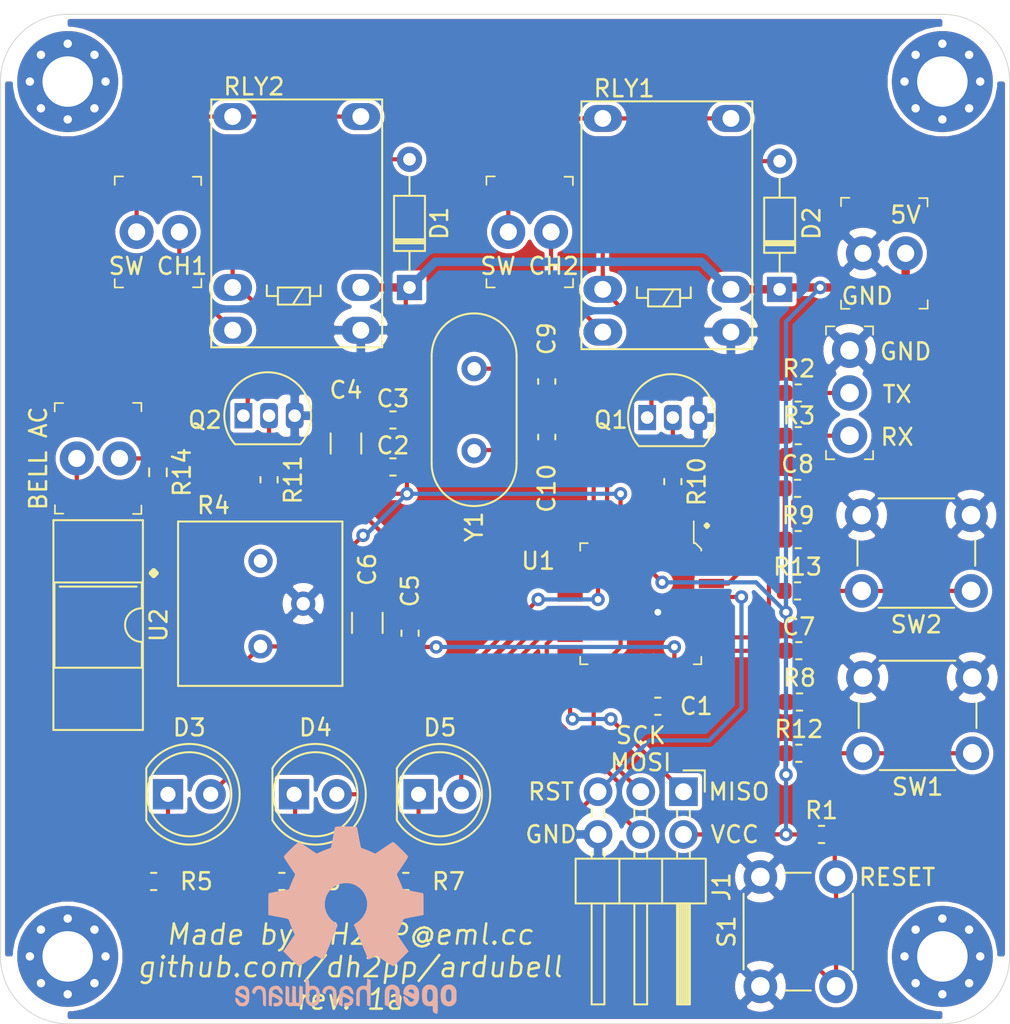
<source format=kicad_pcb>
(kicad_pcb (version 20171130) (host pcbnew 5.1.10-88a1d61d58~88~ubuntu20.10.1)
  (layers (0 F.Cu signal) (31 B.Cu signal) (34 B.Paste user) (35 F.Paste user) (36 B.SilkS user) (37 F.SilkS user) (38 B.Mask user) (39 F.Mask user hide) (44 Edge.Cuts user))
  (net 0 "")
  (net 1 GND)
  (net 2 "Net-(C1-Pad1)")
  (net 3 VCC)
  (net 4 RESET)
  (net 5 MOSI)
  (net 6 SCK)
  (net 7 MISO)
  (net 8 "Net-(J2-Pad2)")
  (net 9 "Net-(J2-Pad1)")
  (net 10 "Net-(R2-Pad2)")
  (net 11 "Net-(R3-Pad2)")
  (net 12 /bell_detect)
  (net 13 /Relay2_coil)
  (net 14 /Relay1_coil)
  (net 15 /led1)
  (net 16 "Net-(D3-Pad1)")
  (net 17 /led2)
  (net 18 "Net-(D4-Pad1)")
  (net 19 /led3)
  (net 20 "Net-(D5-Pad1)")
  (net 21 "Net-(J4-Pad2)")
  (net 22 "Net-(J4-Pad1)")
  (net 23 "/Relay 1/n_c")
  (net 24 "/Relay 1/comm")
  (net 25 /Relay2/n_c)
  (net 26 /Relay2/comm)
  (net 27 "Net-(D1-Pad2)")
  (net 28 "Net-(D2-Pad2)")
  (net 29 "Net-(Q1-Pad2)")
  (net 30 "Net-(Q2-Pad2)")
  (net 31 "Net-(U1-Pad32)")
  (net 32 "Net-(U1-Pad28)")
  (net 33 "Net-(U1-Pad27)")
  (net 34 "Net-(U1-Pad24)")
  (net 35 "Net-(U1-Pad22)")
  (net 36 "Net-(U1-Pad19)")
  (net 37 "Net-(U1-Pad12)")
  (net 38 "Net-(U1-Pad1)")
  (net 39 "Net-(U1-Pad9)")
  (net 40 /button1)
  (net 41 /button2)
  (net 42 "Net-(R12-Pad2)")
  (net 43 "Net-(R13-Pad2)")
  (net 44 "Net-(C9-Pad1)")
  (net 45 "Net-(C10-Pad1)")
  (net 46 "Net-(R14-Pad2)")
  (module Symbol:OSHW-Logo2_14.6x12mm_SilkScreen (layer B.Cu) (at 87.376 67.818 180)
    (fp_text reference REF** hide)
    (fp_text value OSHW-Logo2_14.6x12mm_SilkScreen hide)
  )
  (module Resistor_SMD:R_0603_1608Metric (layer F.Cu) (at 76.2 41.211 270)
    (fp_text reference R14 (at 0 -1.43 90) (layer F.SilkS))
    (fp_text value 270R)
    (pad 2 smd roundrect (at 0.825 0 270) (size 0.8 0.95) (layers F.Cu F.Paste F.Mask) (net 46 "Net-(R14-Pad2)"))
    (pad 1 smd roundrect (at -0.825 0 270) (size 0.8 0.95) (layers F.Cu F.Paste F.Mask) (net 22 "Net-(J4-Pad1)"))
  )
  (module Package_TO_SOT_THT:TO-92L_Inline (layer F.Cu) (at 81.534 37.846)
    (fp_text reference Q2 (at -2.54 0.254) (layer F.SilkS))
    (fp_text value BC548BTA)
    (pad 1 thru_hole rect (at -0.254 0) (size 1.05 1.5) (drill 0.75) (layers *.Cu *.Mask) (net 27 "Net-(D1-Pad2)"))
    (pad 3 thru_hole roundrect (at 2.794 0) (size 1.05 1.5) (drill 0.75) (layers *.Cu *.Mask) (net 1 GND))
    (pad 2 thru_hole roundrect (at 1.27 0) (size 1.05 1.5) (drill 0.75) (layers *.Cu *.Mask) (net 30 "Net-(Q2-Pad2)"))
  )
  (module Package_TO_SOT_THT:TO-92L_Inline (layer F.Cu) (at 105.539 37.957001)
    (fp_text reference Q1 (at -2.415 0.142999) (layer F.SilkS))
    (fp_text value BC548BTA)
    (pad 1 thru_hole rect (at -0.254 0) (size 1.05 1.5) (drill 0.75) (layers *.Cu *.Mask) (net 28 "Net-(D2-Pad2)"))
    (pad 3 thru_hole roundrect (at 2.794 0) (size 1.05 1.5) (drill 0.75) (layers *.Cu *.Mask) (net 1 GND))
    (pad 2 thru_hole roundrect (at 1.27 0) (size 1.05 1.5) (drill 0.75) (layers *.Cu *.Mask) (net 29 "Net-(Q1-Pad2)"))
  )
  (module Diode_THT:D_DO-34_SOD68_P7.62mm_Horizontal (layer F.Cu) (at 91.154 30.226 90)
    (fp_text reference D1 (at 3.81 1.778 90) (layer F.SilkS))
    (fp_text value D_Small)
    (pad 2 thru_hole oval (at 7.62 0 90) (size 1.5 1.5) (drill 0.75) (layers *.Cu *.Mask) (net 27 "Net-(D1-Pad2)"))
    (pad 1 thru_hole rect (at 0 0 90) (size 1.5 1.5) (drill 0.75) (layers *.Cu *.Mask) (net 3 VCC))
  )
  (module Capacitor_SMD:C_0603_1608Metric (layer F.Cu) (at 99.314 39.116 90)
    (fp_text reference C10 (at -3.048 0 90) (layer F.SilkS))
    (fp_text value 10p)
    (pad 2 smd roundrect (at 0.775 0 90) (size 0.9 0.95) (layers F.Cu F.Paste F.Mask) (net 1 GND))
    (pad 1 smd roundrect (at -0.775 0 90) (size 0.9 0.95) (layers F.Cu F.Paste F.Mask) (net 45 "Net-(C10-Pad1)"))
  )
  (module Capacitor_SMD:C_0603_1608Metric (layer F.Cu) (at 99.314 35.814 270)
    (fp_text reference C9 (at -2.54 0 90) (layer F.SilkS))
    (fp_text value 10p)
    (pad 2 smd roundrect (at 0.775 0 270) (size 0.9 0.95) (layers F.Cu F.Paste F.Mask) (net 1 GND))
    (pad 1 smd roundrect (at -0.775 0 270) (size 0.9 0.95) (layers F.Cu F.Paste F.Mask) (net 44 "Net-(C9-Pad1)"))
  )
  (module Symbol:OSHW-Logo2_7.3x6mm_Copper (layer F.Cu) (at 71.374 60.96)
    (fp_text reference REF** hide)
    (fp_text value OSHW-Logo2_7.3x6mm_Copper hide)
    (fp_poly (pts (xy 0.10391 -2.757652) (xy 0.182454 -2.757222) (xy 0.239298 -2.756058) (xy 0.278105 -2.753793) (xy 0.302538 -2.75006) (xy 0.316262 -2.744494) (xy 0.32294 -2.736727) (xy 0.326236 -2.726395) (xy 0.326556 -2.725057) (xy 0.331562 -2.700921) (xy 0.340829 -2.653299) (xy 0.353392 -2.587259) (xy 0.368287 -2.507872) (xy 0.384551 -2.420204) (xy 0.385119 -2.417125) (xy 0.40141 -2.331211) (xy 0.416652 -2.255304) (xy 0.429861 -2.193955) (xy 0.440054 -2.151718) (xy 0.446248 -2.133145) (xy 0.446543 -2.132816) (xy 0.464788 -2.123747) (xy 0.502405 -2.108633) (xy 0.551271 -2.090738) (xy 0.551543 -2.090642) (xy 0.613093 -2.067507) (xy 0.685657 -2.038035) (xy 0.754057 -2.008403) (xy 0.757294 -2.006938) (xy 0.868702 -1.956374) (xy 1.115399 -2.12484) (xy 1.191077 -2.176197) (xy 1.259631 -2.222111) (xy 1.317088 -2.25997) (xy 1.359476 -2.287163) (xy 1.382825 -2.301079) (xy 1.385042 -2.302111) (xy 1.40201 -2.297516) (xy 1.433701 -2.275345) (xy 1.481352 -2.234553) (xy 1.546198 -2.174095) (xy 1.612397 -2.109773) (xy 1.676214 -2.046388) (xy 1.733329 -1.988549) (xy 1.780305 -1.939825) (xy 1.813703 -1.90379) (xy 1.830085 -1.884016) (xy 1.830694 -1.882998) (xy 1.832505 -1.869428) (xy 1.825683 -1.847267) (xy 1.80854 -1.813522) (xy 1.779393 -1.7652) (xy 1.736555 -1.699308) (xy 1.679448 -1.614483) (xy 1.628766 -1.539823) (xy 1.583461 -1.47286) (xy 1.54615 -1.417484) (xy 1.519452 -1.37758) (xy 1.505985 -1.357038) (xy 1.505137 -1.355644) (xy 1.506781 -1.335962) (xy 1.519245 -1.297707) (xy 1.540048 -1.248111) (xy 1.547462 -1.232272) (xy 1.579814 -1.16171) (xy 1.614328 -1.081647) (xy 1.642365 -1.012371) (xy 1.662568 -0.960955) (xy 1.678615 -0.921881) (xy 1.687888 -0.901459) (xy 1.689041 -0.899886) (xy 1.706096 -0.897279) (xy 1.746298 -0.890137) (xy 1.804302 -0.879477) (xy 1.874763 -0.866315) (xy 1.952335 -0.851667) (xy 2.031672 -0.836551) (xy 2.107431 -0.821982) (xy 2.174264 -0.808978) (xy 2.226828 -0.798555) (xy 2.259776 -0.79173) (xy 2.267857 -0.789801) (xy 2.276205 -0.785038) (xy 2.282506 -0.774282) (xy 2.287045 -0.753902) (xy 2.290104 -0.720266) (xy 2.291967 -0.669745) (xy 2.292918 -0.598708) (xy 2.29324 -0.503524) (xy 2.293257 -0.464508) (xy 2.293257 -0.147201) (xy 2.217057 -0.132161) (xy 2.174663 -0.124005) (xy 2.1114 -0.112101) (xy 2.034962 -0.097884) (xy 1.953043 -0.08279) (xy 1.9304 -0.078645) (xy 1.854806 -0.063947) (xy 1.788953 -0.049495) (xy 1.738366 -0.036625) (xy 1.708574 -0.026678) (xy 1.703612 -0.023713) (xy 1.691426 -0.002717) (xy 1.673953 0.037967) (xy 1.654577 0.090322) (xy 1.650734 0.1016) (xy 1.625339 0.171523) (xy 1.593817 0.250418) (xy 1.562969 0.321266) (xy 1.562817 0.321595) (xy 1.511447 0.432733) (xy 1.680399 0.681253) (xy 1.849352 0.929772) (xy 1.632429 1.147058) (xy 1.566819 1.211726) (xy 1.506979 1.268733) (xy 1.456267 1.315033) (xy 1.418046 1.347584) (xy 1.395675 1.363343) (xy 1.392466 1.364343) (xy 1.373626 1.356469) (xy 1.33518 1.334578) (xy 1.28133 1.301267) (xy 1.216276 1.259131) (xy 1.14594 1.211943) (xy 1.074555 1.16381) (xy 1.010908 1.121928) (xy 0.959041 1.088871) (xy 0.922995 1.067218) (xy 0.906867 1.059543) (xy 0.887189 1.066037) (xy 0.849875 1.08315) (xy 0.802621 1.107326) (xy 0.797612 1.110013) (xy 0.733977 1.141927) (xy 0.690341 1.157579) (xy 0.663202 1.157745) (xy 0.649057 1.143204) (xy 0.648975 1.143) (xy 0.641905 1.125779) (xy 0.625042 1.084899) (xy 0.599695 1.023525) (xy 0.567171 0.944819) (xy 0.528778 0.851947) (xy 0.485822 0.748072) (xy 0.444222 0.647502) (xy 0.398504 0.536516) (xy 0.356526 0.433703) (xy 0.319548 0.342215) (xy 0.288827 0.265201) (xy 0.265622 0.205815) (xy 0.25119 0.167209) (xy 0.246743 0.1528) (xy 0.257896 0.136272) (xy 0.287069 0.10993) (xy 0.325971 0.080887) (xy 0.436757 -0.010961) (xy 0.523351 -0.116241) (xy 0.584716 -0.232734) (xy 0.619815 -0.358224) (xy 0.627608 -0.490493) (xy 0.621943 -0.551543) (xy 0.591078 -0.678205) (xy 0.53792 -0.790059) (xy 0.465767 -0.885999) (xy 0.377917 -0.964924) (xy 0.277665 -1.02573) (xy 0.16831 -1.067313) (xy 0.053147 -1.088572) (xy -0.064525 -1.088401) (xy -0.18141 -1.065699) (xy -0.294211 -1.019362) (xy -0.399631 -0.948287) (xy -0.443632 -0.908089) (xy -0.528021 -0.804871) (xy -0.586778 -0.692075) (xy -0.620296 -0.57299) (xy -0.628965 -0.450905) (xy -0.613177 -0.329107) (xy -0.573322 -0.210884) (xy -0.509793 -0.099525) (xy -0.422979 0.001684) (xy -0.325971 0.080887) (xy -0.285563 0.111162) (xy -0.257018 0.137219) (xy -0.246743 0.152825) (xy -0.252123 0.169843) (xy -0.267425 0.2105) (xy -0.291388 0.271642) (xy -0.322756 0.350119) (xy -0.360268 0.44278) (xy -0.402667 0.546472) (xy -0.444337 0.647526) (xy -0.49031 0.758607) (xy -0.532893 0.861541) (xy -0.570779 0.953165) (xy -0.60266 1.030316) (xy -0.627229 1.089831) (xy -0.64318 1.128544) (xy -0.64909 1.143) (xy -0.663052 1.157685) (xy -0.69006 1.157642) (xy -0.733587 1.142099) (xy -0.79711 1.110284) (xy -0.797612 1.110013) (xy -0.84544 1.085323) (xy -0.884103 1.067338) (xy -0.905905 1.059614) (xy -0.906867 1.059543) (xy -0.923279 1.067378) (xy -0.959513 1.089165) (xy -1.011526 1.122328) (xy -1.075275 1.164291) (xy -1.14594 1.211943) (xy -1.217884 1.260191) (xy -1.282726 1.302151) (xy -1.336265 1.335227) (xy -1.374303 1.356821) (xy -1.392467 1.364343) (xy -1.409192 1.354457) (xy -1.44282 1.326826) (xy -1.48999 1.284495) (xy -1.547342 1.230505) (xy -1.611516 1.167899) (xy -1.632503 1.146983) (xy -1.849501 0.929623) (xy -1.684332 0.68722) (xy -1.634136 0.612781) (xy -1.590081 0.545972) (xy -1.554638 0.490665) (xy -1.530281 0.450729) (xy -1.519478 0.430036) (xy -1.519162 0.428563) (xy -1.524857 0.409058) (xy -1.540174 0.369822) (xy -1.562463 0.31743) (xy -1.578107 0.282355) (xy -1.607359 0.215201) (xy -1.634906 0.147358) (xy -1.656263 0.090034) (xy -1.662065 0.072572) (xy -1.678548 0.025938) (xy -1.69466 -0.010095) (xy -1.70351 -0.023713) (xy -1.72304 -0.032048) (xy -1.765666 -0.043863) (xy -1.825855 -0.057819) (xy -1.898078 -0.072578) (xy -1.9304 -0.078645) (xy -2.012478 -0.093727) (xy -2.091205 -0.108331) (xy -2.158891 -0.12102) (xy -2.20784 -0.130358) (xy -2.217057 -0.132161) (xy -2.293257 -0.147201) (xy -2.293257 -0.464508) (xy -2.293086 -0.568846) (xy -2.292384 -0.647787) (xy -2.290866 -0.704962) (xy -2.288251 -0.744001) (xy -2.284254 -0.768535) (xy -2.278591 -0.782195) (xy -2.27098 -0.788611) (xy -2.267857 -0.789801) (xy -2.249022 -0.79402) (xy -2.207412 -0.802438) (xy -2.14837 -0.814039) (xy -2.077243 -0.827805) (xy -1.999375 -0.84272) (xy -1.920113 -0.857768) (xy -1.844802 -0.871931) (xy -1.778787 -0.884194) (xy -1.727413 -0.893539) (xy -1.696025 -0.89895) (xy -1.689041 -0.899886) (xy -1.682715 -0.912404) (xy -1.66871 -0.945754) (xy -1.649645 -0.993623) (xy -1.642366 -1.012371) (xy -1.613004 -1.084805) (xy -1.578429 -1.16483) (xy -1.547463 -1.232272) (xy -1.524677 -1.283841) (xy -1.509518 -1.326215) (xy -1.504458 -1.352166) (xy -1.505264 -1.355644) (xy -1.515959 -1.372064) (xy -1.54038 -1.408583) (xy -1.575905 -1.461313) (xy -1.619913 -1.526365) (xy -1.669783 -1.599849) (xy -1.679644 -1.614355) (xy -1.737508 -1.700296) (xy -1.780044 -1.765739) (xy -1.808946 -1.813696) (xy -1.82591 -1.84718) (xy -1.832633 -1.869205) (xy -1.83081 -1.882783) (xy -1.830764 -1.882869) (xy -1.816414 -1.900703) (xy -1.784677 -1.935183) (xy -1.73899 -1.982732) (xy -1.682796 -2.039778) (xy -1.619532 -2.102745) (xy -1.612398 -2.109773) (xy -1.53267 -2.18698) (xy -1.471143 -2.24367) (xy -1.426579 -2.28089) (xy -1.397743 -2.299685) (xy -1.385042 -2.302111) (xy -1.366506 -2.291529) (xy -1.328039 -2.267084) (xy -1.273614 -2.231388) (xy -1.207202 -2.187053) (xy -1.132775 -2.136689) (xy -1.115399 -2.12484) (xy -0.868703 -1.956374) (xy -0.757294 -2.006938) (xy -0.689543 -2.036405) (xy -0.616817 -2.066041) (xy -0.554297 -2.08967) (xy -0.551543 -2.090642) (xy -0.50264 -2.108543) (xy -0.464943 -2.12368) (xy -0.446575 -2.13279) (xy -0.446544 -2.132816) (xy -0.440715 -2.149283) (xy -0.430808 -2.189781) (xy -0.417805 -2.249758) (xy -0.402691 -2.32466) (xy -0.386448 -2.409936) (xy -0.385119 -2.417125) (xy -0.368825 -2.504986) (xy -0.353867 -2.58474) (xy -0.341209 -2.651319) (xy -0.331814 -2.699653) (xy -0.326646 -2.724675) (xy -0.326556 -2.725057) (xy -0.323411 -2.735701) (xy -0.317296 -2.743738) (xy -0.304547 -2.749533) (xy -0.2815 -2.753453) (xy -0.244491 -2.755865) (xy -0.189856 -2.757135) (xy -0.113933 -2.757629) (xy -0.013056 -2.757714) (xy 0 -2.757714) (xy 0.10391 -2.757652)) (layer F.Cu) (width 0.01))
    (fp_poly (pts (xy 3.153595 1.966966) (xy 3.211021 2.004497) (xy 3.238719 2.038096) (xy 3.260662 2.099064) (xy 3.262405 2.147308) (xy 3.258457 2.211816) (xy 3.109686 2.276934) (xy 3.037349 2.310202) (xy 2.990084 2.336964) (xy 2.965507 2.360144) (xy 2.961237 2.382667) (xy 2.974889 2.407455) (xy 2.989943 2.423886) (xy 3.033746 2.450235) (xy 3.081389 2.452081) (xy 3.125145 2.431546) (xy 3.157289 2.390752) (xy 3.163038 2.376347) (xy 3.190576 2.331356) (xy 3.222258 2.312182) (xy 3.265714 2.295779) (xy 3.265714 2.357966) (xy 3.261872 2.400283) (xy 3.246823 2.435969) (xy 3.21528 2.476943) (xy 3.210592 2.482267) (xy 3.175506 2.51872) (xy 3.145347 2.538283) (xy 3.107615 2.547283) (xy 3.076335 2.55023) (xy 3.020385 2.550965) (xy 2.980555 2.54166) (xy 2.955708 2.527846) (xy 2.916656 2.497467) (xy 2.889625 2.464613) (xy 2.872517 2.423294) (xy 2.863238 2.367521) (xy 2.859693 2.291305) (xy 2.85941 2.252622) (xy 2.860372 2.206247) (xy 2.948007 2.206247) (xy 2.949023 2.231126) (xy 2.951556 2.2352) (xy 2.968274 2.229665) (xy 3.004249 2.215017) (xy 3.052331 2.19419) (xy 3.062386 2.189714) (xy 3.123152 2.158814) (xy 3.156632 2.131657) (xy 3.16399 2.10622) (xy 3.146391 2.080481) (xy 3.131856 2.069109) (xy 3.07941 2.046364) (xy 3.030322 2.050122) (xy 2.989227 2.077884) (xy 2.960758 2.127152) (xy 2.951631 2.166257) (xy 2.948007 2.206247) (xy 2.860372 2.206247) (xy 2.861285 2.162249) (xy 2.868196 2.095384) (xy 2.881884 2.046695) (xy 2.904096 2.010849) (xy 2.936574 1.982513) (xy 2.950733 1.973355) (xy 3.015053 1.949507) (xy 3.085473 1.948006) (xy 3.153595 1.966966)) (layer F.Cu) (width 0.01))
    (fp_poly (pts (xy 2.6526 1.958752) (xy 2.669948 1.966334) (xy 2.711356 1.999128) (xy 2.746765 2.046547) (xy 2.768664 2.097151) (xy 2.772229 2.122098) (xy 2.760279 2.156927) (xy 2.734067 2.175357) (xy 2.705964 2.186516) (xy 2.693095 2.188572) (xy 2.686829 2.173649) (xy 2.674456 2.141175) (xy 2.669028 2.126502) (xy 2.63859 2.075744) (xy 2.59452 2.050427) (xy 2.53801 2.051206) (xy 2.533825 2.052203) (xy 2.503655 2.066507) (xy 2.481476 2.094393) (xy 2.466327 2.139287) (xy 2.45725 2.204615) (xy 2.453286 2.293804) (xy 2.452914 2.341261) (xy 2.45273 2.416071) (xy 2.451522 2.467069) (xy 2.448309 2.499471) (xy 2.442109 2.518495) (xy 2.43194 2.529356) (xy 2.416819 2.537272) (xy 2.415946 2.53767) (xy 2.386828 2.549981) (xy 2.372403 2.554514) (xy 2.370186 2.540809) (xy 2.368289 2.502925) (xy 2.366847 2.445715) (xy 2.365998 2.374027) (xy 2.365829 2.321565) (xy 2.366692 2.220047) (xy 2.37007 2.143032) (xy 2.377142 2.086023) (xy 2.389088 2.044526) (xy 2.40709 2.014043) (xy 2.432327 1.99008) (xy 2.457247 1.973355) (xy 2.517171 1.951097) (xy 2.586911 1.946076) (xy 2.6526 1.958752)) (layer F.Cu) (width 0.01))
    (fp_poly (pts (xy 2.144876 1.956335) (xy 2.186667 1.975344) (xy 2.219469 1.998378) (xy 2.243503 2.024133) (xy 2.260097 2.057358) (xy 2.270577 2.1028) (xy 2.276271 2.165207) (xy 2.278507 2.249327) (xy 2.278743 2.304721) (xy 2.278743 2.520826) (xy 2.241774 2.53767) (xy 2.212656 2.549981) (xy 2.198231 2.554514) (xy 2.195472 2.541025) (xy 2.193282 2.504653) (xy 2.191942 2.451542) (xy 2.191657 2.409372) (xy 2.190434 2.348447) (xy 2.187136 2.300115) (xy 2.182321 2.270518) (xy 2.178496 2.264229) (xy 2.152783 2.270652) (xy 2.112418 2.287125) (xy 2.065679 2.309458) (xy 2.020845 2.333457) (xy 1.986193 2.35493) (xy 1.970002 2.369685) (xy 1.969938 2.369845) (xy 1.97133 2.397152) (xy 1.983818 2.423219) (xy 2.005743 2.444392) (xy 2.037743 2.451474) (xy 2.065092 2.450649) (xy 2.103826 2.450042) (xy 2.124158 2.459116) (xy 2.136369 2.483092) (xy 2.137909 2.487613) (xy 2.143203 2.521806) (xy 2.129047 2.542568) (xy 2.092148 2.552462) (xy 2.052289 2.554292) (xy 1.980562 2.540727) (xy 1.943432 2.521355) (xy 1.897576 2.475845) (xy 1.873256 2.419983) (xy 1.871073 2.360957) (xy 1.891629 2.305953) (xy 1.922549 2.271486) (xy 1.95342 2.252189) (xy 2.001942 2.227759) (xy 2.058485 2.202985) (xy 2.06791 2.199199) (xy 2.130019 2.171791) (xy 2.165822 2.147634) (xy 2.177337 2.123619) (xy 2.16658 2.096635) (xy 2.148114 2.075543) (xy 2.104469 2.049572) (xy 2.056446 2.047624) (xy 2.012406 2.067637) (xy 1.980709 2.107551) (xy 1.976549 2.117848) (xy 1.952327 2.155724) (xy 1.916965 2.183842) (xy 1.872343 2.206917) (xy 1.872343 2.141485) (xy 1.874969 2.101506) (xy 1.88623 2.069997) (xy 1.911199 2.036378) (xy 1.935169 2.010484) (xy 1.972441 1.973817) (xy 2.001401 1.954121) (xy 2.032505 1.94622) (xy 2.067713 1.944914) (xy 2.144876 1.956335)) (layer F.Cu) (width 0.01))
    (fp_poly (pts (xy 1.779833 1.958663) (xy 1.782048 1.99685) (xy 1.783784 2.054886) (xy 1.784899 2.12818) (xy 1.785257 2.205055) (xy 1.785257 2.465196) (xy 1.739326 2.511127) (xy 1.707675 2.539429) (xy 1.67989 2.550893) (xy 1.641915 2.550168) (xy 1.62684 2.548321) (xy 1.579726 2.542948) (xy 1.540756 2.539869) (xy 1.531257 2.539585) (xy 1.499233 2.541445) (xy 1.453432 2.546114) (xy 1.435674 2.548321) (xy 1.392057 2.551735) (xy 1.362745 2.54432) (xy 1.33368 2.521427) (xy 1.323188 2.511127) (xy 1.277257 2.465196) (xy 1.277257 1.978602) (xy 1.314226 1.961758) (xy 1.346059 1.949282) (xy 1.364683 1.944914) (xy 1.369458 1.958718) (xy 1.373921 1.997286) (xy 1.377775 2.056356) (xy 1.380722 2.131663) (xy 1.382143 2.195286) (xy 1.386114 2.445657) (xy 1.420759 2.450556) (xy 1.452268 2.447131) (xy 1.467708 2.436041) (xy 1.472023 2.415308) (xy 1.475708 2.371145) (xy 1.478469 2.309146) (xy 1.480012 2.234909) (xy 1.480235 2.196706) (xy 1.480457 1.976783) (xy 1.526166 1.960849) (xy 1.558518 1.950015) (xy 1.576115 1.944962) (xy 1.576623 1.944914) (xy 1.578388 1.958648) (xy 1.580329 1.99673) (xy 1.582282 2.054482) (xy 1.584084 2.127227) (xy 1.585343 2.195286) (xy 1.589314 2.445657) (xy 1.6764 2.445657) (xy 1.680396 2.21724) (xy 1.684392 1.988822) (xy 1.726847 1.966868) (xy 1.758192 1.951793) (xy 1.776744 1.944951) (xy 1.777279 1.944914) (xy 1.779833 1.958663)) (layer F.Cu) (width 0.01))
    (fp_poly (pts (xy 1.190117 2.065358) (xy 1.189933 2.173837) (xy 1.189219 2.257287) (xy 1.187675 2.319704) (xy 1.185001 2.365085) (xy 1.180894 2.397429) (xy 1.175055 2.420733) (xy 1.167182 2.438995) (xy 1.161221 2.449418) (xy 1.111855 2.505945) (xy 1.049264 2.541377) (xy 0.980013 2.55409) (xy 0.910668 2.542463) (xy 0.869375 2.521568) (xy 0.826025 2.485422) (xy 0.796481 2.441276) (xy 0.778655 2.383462) (xy 0.770463 2.306313) (xy 0.769302 2.249714) (xy 0.769458 2.245647) (xy 0.870857 2.245647) (xy 0.871476 2.31055) (xy 0.874314 2.353514) (xy 0.88084 2.381622) (xy 0.892523 2.401953) (xy 0.906483 2.417288) (xy 0.953365 2.44689) (xy 1.003701 2.449419) (xy 1.051276 2.424705) (xy 1.054979 2.421356) (xy 1.070783 2.403935) (xy 1.080693 2.383209) (xy 1.086058 2.352362) (xy 1.088228 2.304577) (xy 1.088571 2.251748) (xy 1.087827 2.185381) (xy 1.084748 2.141106) (xy 1.078061 2.112009) (xy 1.066496 2.091173) (xy 1.057013 2.080107) (xy 1.01296 2.052198) (xy 0.962224 2.048843) (xy 0.913796 2.070159) (xy 0.90445 2.078073) (xy 0.88854 2.095647) (xy 0.87861 2.116587) (xy 0.873278 2.147782) (xy 0.871163 2.196122) (xy 0.870857 2.245647) (xy 0.769458 2.245647) (xy 0.77281 2.158568) (xy 0.784726 2.090086) (xy 0.807135 2.0386) (xy 0.842124 1.998443) (xy 0.869375 1.977861) (xy 0.918907 1.955625) (xy 0.976316 1.945304) (xy 1.029682 1.948067) (xy 1.059543 1.959212) (xy 1.071261 1.962383) (xy 1.079037 1.950557) (xy 1.084465 1.918866) (xy 1.088571 1.870593) (xy 1.093067 1.816829) (xy 1.099313 1.784482) (xy 1.110676 1.765985) (xy 1.130528 1.75377) (xy 1.143 1.748362) (xy 1.190171 1.728601) (xy 1.190117 2.065358)) (layer F.Cu) (width 0.01))
    (fp_poly (pts (xy 0.529926 1.949755) (xy 0.595858 1.974084) (xy 0.649273 2.017117) (xy 0.670164 2.047409) (xy 0.692939 2.102994) (xy 0.692466 2.143186) (xy 0.668562 2.170217) (xy 0.659717 2.174813) (xy 0.62153 2.189144) (xy 0.602028 2.185472) (xy 0.595422 2.161407) (xy 0.595086 2.148114) (xy 0.582992 2.09921) (xy 0.551471 2.064999) (xy 0.507659 2.048476) (xy 0.458695 2.052634) (xy 0.418894 2.074227) (xy 0.40545 2.086544) (xy 0.395921 2.101487) (xy 0.389485 2.124075) (xy 0.385317 2.159328) (xy 0.382597 2.212266) (xy 0.380502 2.287907) (xy 0.37996 2.311857) (xy 0.377981 2.39379) (xy 0.375731 2.451455) (xy 0.372357 2.489608) (xy 0.367006 2.513004) (xy 0.358824 2.526398) (xy 0.346959 2.534545) (xy 0.339362 2.538144) (xy 0.307102 2.550452) (xy 0.288111 2.554514) (xy 0.281836 2.540948) (xy 0.278006 2.499934) (xy 0.2766 2.430999) (xy 0.277598 2.333669) (xy 0.277908 2.318657) (xy 0.280101 2.229859) (xy 0.282693 2.165019) (xy 0.286382 2.119067) (xy 0.291864 2.086935) (xy 0.299835 2.063553) (xy 0.310993 2.043852) (xy 0.31683 2.03541) (xy 0.350296 1.998057) (xy 0.387727 1.969003) (xy 0.392309 1.966467) (xy 0.459426 1.946443) (xy 0.529926 1.949755)) (layer F.Cu) (width 0.01))
    (fp_poly (pts (xy 0.039744 1.950968) (xy 0.096616 1.972087) (xy 0.097267 1.972493) (xy 0.13244 1.99838) (xy 0.158407 2.028633) (xy 0.17667 2.068058) (xy 0.188732 2.121462) (xy 0.196096 2.193651) (xy 0.200264 2.289432) (xy 0.200629 2.303078) (xy 0.205876 2.508842) (xy 0.161716 2.531678) (xy 0.129763 2.54711) (xy 0.11047 2.554423) (xy 0.109578 2.554514) (xy 0.106239 2.541022) (xy 0.103587 2.504626) (xy 0.101956 2.451452) (xy 0.1016 2.408393) (xy 0.101592 2.338641) (xy 0.098403 2.294837) (xy 0.087288 2.273944) (xy 0.063501 2.272925) (xy 0.022296 2.288741) (xy -0.039914 2.317815) (xy -0.085659 2.341963) (xy -0.109187 2.362913) (xy -0.116104 2.385747) (xy -0.116114 2.386877) (xy -0.104701 2.426212) (xy -0.070908 2.447462) (xy -0.019191 2.450539) (xy 0.018061 2.450006) (xy 0.037703 2.460735) (xy 0.049952 2.486505) (xy 0.057002 2.519337) (xy 0.046842 2.537966) (xy 0.043017 2.540632) (xy 0.007001 2.55134) (xy -0.043434 2.552856) (xy -0.095374 2.545759) (xy -0.132178 2.532788) (xy -0.183062 2.489585) (xy -0.211986 2.429446) (xy -0.217714 2.382462) (xy -0.213343 2.340082) (xy -0.197525 2.305488) (xy -0.166203 2.274763) (xy -0.115322 2.24399) (xy -0.040824 2.209252) (xy -0.036286 2.207288) (xy 0.030821 2.176287) (xy 0.072232 2.150862) (xy 0.089981 2.128014) (xy 0.086107 2.104745) (xy 0.062643 2.078056) (xy 0.055627 2.071914) (xy 0.00863 2.0481) (xy -0.040067 2.049103) (xy -0.082478 2.072451) (xy -0.110616 2.115675) (xy -0.113231 2.12416) (xy -0.138692 2.165308) (xy -0.170999 2.185128) (xy -0.217714 2.20477) (xy -0.217714 2.15395) (xy -0.203504 2.080082) (xy -0.161325 2.012327) (xy -0.139376 1.989661) (xy -0.089483 1.960569) (xy -0.026033 1.9474) (xy 0.039744 1.950968)) (layer F.Cu) (width 0.01))
    (fp_poly (pts (xy -0.624114 1.851289) (xy -0.619861 1.910613) (xy -0.614975 1.945572) (xy -0.608205 1.96082) (xy -0.598298 1.961015) (xy -0.595086 1.959195) (xy -0.552356 1.946015) (xy -0.496773 1.946785) (xy -0.440263 1.960333) (xy -0.404918 1.977861) (xy -0.368679 2.005861) (xy -0.342187 2.037549) (xy -0.324001 2.077813) (xy -0.312678 2.131543) (xy -0.306778 2.203626) (xy -0.304857 2.298951) (xy -0.304823 2.317237) (xy -0.3048 2.522646) (xy -0.350509 2.53858) (xy -0.382973 2.54942) (xy -0.400785 2.554468) (xy -0.401309 2.554514) (xy -0.403063 2.540828) (xy -0.404556 2.503076) (xy -0.405674 2.446224) (xy -0.406303 2.375234) (xy -0.4064 2.332073) (xy -0.406602 2.246973) (xy -0.407642 2.185981) (xy -0.410169 2.144177) (xy -0.414836 2.116642) (xy -0.422293 2.098456) (xy -0.433189 2.084698) (xy -0.439993 2.078073) (xy -0.486728 2.051375) (xy -0.537728 2.049375) (xy -0.583999 2.071955) (xy -0.592556 2.080107) (xy -0.605107 2.095436) (xy -0.613812 2.113618) (xy -0.619369 2.139909) (xy -0.622474 2.179562) (xy -0.623824 2.237832) (xy -0.624114 2.318173) (xy -0.624114 2.522646) (xy -0.669823 2.53858) (xy -0.702287 2.54942) (xy -0.720099 2.554468) (xy -0.720623 2.554514) (xy -0.721963 2.540623) (xy -0.723172 2.501439) (xy -0.724199 2.4407) (xy -0.724998 2.362141) (xy -0.725519 2.269498) (xy -0.725714 2.166509) (xy -0.725714 1.769342) (xy -0.678543 1.749444) (xy -0.631371 1.729547) (xy -0.624114 1.851289)) (layer F.Cu) (width 0.01))
    (fp_poly (pts (xy -1.831697 1.931239) (xy -1.774473 1.969735) (xy -1.730251 2.025335) (xy -1.703833 2.096086) (xy -1.69849 2.148162) (xy -1.699097 2.169893) (xy -1.704178 2.186531) (xy -1.718145 2.201437) (xy -1.745411 2.217973) (xy -1.790388 2.239498) (xy -1.857489 2.269374) (xy -1.857829 2.269524) (xy -1.919593 2.297813) (xy -1.970241 2.322933) (xy -2.004596 2.342179) (xy -2.017482 2.352848) (xy -2.017486 2.352934) (xy -2.006128 2.376166) (xy -1.979569 2.401774) (xy -1.949077 2.420221) (xy -1.93363 2.423886) (xy -1.891485 2.411212) (xy -1.855192 2.379471) (xy -1.837483 2.344572) (xy -1.820448 2.318845) (xy -1.787078 2.289546) (xy -1.747851 2.264235) (xy -1.713244 2.250471) (xy -1.706007 2.249714) (xy -1.697861 2.26216) (xy -1.69737 2.293972) (xy -1.703357 2.336866) (xy -1.714643 2.382558) (xy -1.73005 2.422761) (xy -1.730829 2.424322) (xy -1.777196 2.489062) (xy -1.837289 2.533097) (xy -1.905535 2.554711) (xy -1.976362 2.552185) (xy -2.044196 2.523804) (xy -2.047212 2.521808) (xy -2.100573 2.473448) (xy -2.13566 2.410352) (xy -2.155078 2.327387) (xy -2.157684 2.304078) (xy -2.162299 2.194055) (xy -2.156767 2.142748) (xy -2.017486 2.142748) (xy -2.015676 2.174753) (xy -2.005778 2.184093) (xy -1.981102 2.177105) (xy -1.942205 2.160587) (xy -1.898725 2.139881) (xy -1.897644 2.139333) (xy -1.860791 2.119949) (xy -1.846 2.107013) (xy -1.849647 2.093451) (xy -1.865005 2.075632) (xy -1.904077 2.049845) (xy -1.946154 2.04795) (xy -1.983897 2.066717) (xy -2.009966 2.102915) (xy -2.017486 2.142748) (xy -2.156767 2.142748) (xy -2.152806 2.106027) (xy -2.12845 2.036212) (xy -2.094544 1.987302) (xy -2.033347 1.937878) (xy -1.965937 1.913359) (xy -1.89712 1.911797) (xy -1.831697 1.931239)) (layer F.Cu) (width 0.01))
    (fp_poly (pts (xy -2.958885 1.921962) (xy -2.890855 1.957733) (xy -2.840649 2.015301) (xy -2.822815 2.052312) (xy -2.808937 2.107882) (xy -2.801833 2.178096) (xy -2.80116 2.254727) (xy -2.806573 2.329552) (xy -2.81773 2.394342) (xy -2.834286 2.440873) (xy -2.839374 2.448887) (xy -2.899645 2.508707) (xy -2.971231 2.544535) (xy -3.048908 2.55502) (xy -3.127452 2.53881) (xy -3.149311 2.529092) (xy -3.191878 2.499143) (xy -3.229237 2.459433) (xy -3.232768 2.454397) (xy -3.247119 2.430124) (xy -3.256606 2.404178) (xy -3.26221 2.370022) (xy -3.264914 2.321119) (xy -3.265701 2.250935) (xy -3.265714 2.2352) (xy -3.265678 2.230192) (xy -3.120571 2.230192) (xy -3.119727 2.29643) (xy -3.116404 2.340386) (xy -3.109417 2.368779) (xy -3.097584 2.388325) (xy -3.091543 2.394857) (xy -3.056814 2.41968) (xy -3.023097 2.418548) (xy -2.989005 2.397016) (xy -2.968671 2.374029) (xy -2.956629 2.340478) (xy -2.949866 2.287569) (xy -2.949402 2.281399) (xy -2.948248 2.185513) (xy -2.960312 2.114299) (xy -2.98543 2.068194) (xy -3.02344 2.047635) (xy -3.037008 2.046514) (xy -3.072636 2.052152) (xy -3.097006 2.071686) (xy -3.111907 2.109042) (xy -3.119125 2.16815) (xy -3.120571 2.230192) (xy -3.265678 2.230192) (xy -3.265174 2.160413) (xy -3.262904 2.108159) (xy -3.257932 2.071949) (xy -3.249287 2.045299) (xy -3.235995 2.021722) (xy -3.233057 2.017338) (xy -3.183687 1.958249) (xy -3.129891 1.923947) (xy -3.064398 1.910331) (xy -3.042158 1.909665) (xy -2.958885 1.921962)) (layer F.Cu) (width 0.01))
    (fp_poly (pts (xy -1.283907 1.92778) (xy -1.237328 1.954723) (xy -1.204943 1.981466) (xy -1.181258 2.009484) (xy -1.164941 2.043748) (xy -1.154661 2.089227) (xy -1.149086 2.150892) (xy -1.146884 2.233711) (xy -1.146629 2.293246) (xy -1.146629 2.512391) (xy -1.208314 2.540044) (xy -1.27 2.567697) (xy -1.277257 2.32767) (xy -1.280256 2.238028) (xy -1.283402 2.172962) (xy -1.287299 2.128026) (xy -1.292553 2.09877) (xy -1.299769 2.080748) (xy -1.30955 2.069511) (xy -1.312688 2.067079) (xy -1.360239 2.048083) (xy -1.408303 2.0556) (xy -1.436914 2.075543) (xy -1.448553 2.089675) (xy -1.456609 2.10822) (xy -1.461729 2.136334) (xy -1.464559 2.179173) (xy -1.465744 2.241895) (xy -1.465943 2.307261) (xy -1.465982 2.389268) (xy -1.467386 2.447316) (xy -1.472086 2.486465) (xy -1.482013 2.51178) (xy -1.499097 2.528323) (xy -1.525268 2.541156) (xy -1.560225 2.554491) (xy -1.598404 2.569007) (xy -1.593859 2.311389) (xy -1.592029 2.218519) (xy -1.589888 2.149889) (xy -1.586819 2.100711) (xy -1.582206 2.066198) (xy -1.575432 2.041562) (xy -1.565881 2.022016) (xy -1.554366 2.00477) (xy -1.49881 1.94968) (xy -1.43102 1.917822) (xy -1.357287 1.910191) (xy -1.283907 1.92778)) (layer F.Cu) (width 0.01))
    (fp_poly (pts (xy -2.400256 1.919918) (xy -2.344799 1.947568) (xy -2.295852 1.99848) (xy -2.282371 2.017338) (xy -2.267686 2.042015) (xy -2.258158 2.068816) (xy -2.252707 2.104587) (xy -2.250253 2.156169) (xy -2.249714 2.224267) (xy -2.252148 2.317588) (xy -2.260606 2.387657) (xy -2.276826 2.439931) (xy -2.302546 2.479869) (xy -2.339503 2.512929) (xy -2.342218 2.514886) (xy -2.37864 2.534908) (xy -2.422498 2.544815) (xy -2.478276 2.547257) (xy -2.568952 2.547257) (xy -2.56899 2.635283) (xy -2.569834 2.684308) (xy -2.574976 2.713065) (xy -2.588413 2.730311) (xy -2.614142 2.744808) (xy -2.620321 2.747769) (xy -2.649236 2.761648) (xy -2.671624 2.770414) (xy -2.688271 2.771171) (xy -2.699964 2.761023) (xy -2.70749 2.737073) (xy -2.711634 2.696426) (xy -2.713185 2.636186) (xy -2.712929 2.553455) (xy -2.711651 2.445339) (xy -2.711252 2.413) (xy -2.709815 2.301524) (xy -2.708528 2.228603) (xy -2.569029 2.228603) (xy -2.568245 2.290499) (xy -2.56476 2.330997) (xy -2.556876 2.357708) (xy -2.542895 2.378244) (xy -2.533403 2.38826) (xy -2.494596 2.417567) (xy -2.460237 2.419952) (xy -2.424784 2.39575) (xy -2.423886 2.394857) (xy -2.409461 2.376153) (xy -2.400687 2.350732) (xy -2.396261 2.311584) (xy -2.394882 2.251697) (xy -2.394857 2.23843) (xy -2.398188 2.155901) (xy -2.409031 2.098691) (xy -2.42866 2.063766) (xy -2.45835 2.048094) (xy -2.475509 2.046514) (xy -2.516234 2.053926) (xy -2.544168 2.07833) (xy -2.560983 2.12298) (xy -2.56835 2.19113) (xy -2.569029 2.228603) (xy -2.708528 2.228603) (xy -2.708292 2.215245) (xy -2.706323 2.150333) (xy -2.70355 2.102958) (xy -2.699612 2.06929) (xy -2.694151 2.045498) (xy -2.686808 2.027753) (xy -2.677223 2.012224) (xy -2.673113 2.006381) (xy -2.618595 1.951185) (xy -2.549664 1.91989) (xy -2.469928 1.911165) (xy -2.400256 1.919918)) (layer F.Cu) (width 0.01))
  )
  (module MountingHole:MountingHole_3mm_Pad_Via (layer F.Cu) (at 122.834 69.986)
    (fp_text reference " " (at 0 -4) (layer F.SilkS))
    (fp_text value MountingHole_3mm_Pad_Via)
    (pad 1 thru_hole circle (at 1.59099 -1.59099) (size 0.8 0.8) (drill 0.5) (layers *.Cu *.Mask))
    (pad 1 thru_hole circle (at 0 -2.25) (size 0.8 0.8) (drill 0.5) (layers *.Cu *.Mask))
    (pad 1 thru_hole circle (at -1.59099 -1.59099) (size 0.8 0.8) (drill 0.5) (layers *.Cu *.Mask))
    (pad 1 thru_hole circle (at -2.25 0) (size 0.8 0.8) (drill 0.5) (layers *.Cu *.Mask))
    (pad 1 thru_hole circle (at -1.59099 1.59099) (size 0.8 0.8) (drill 0.5) (layers *.Cu *.Mask))
    (pad 1 thru_hole circle (at 0 2.25) (size 0.8 0.8) (drill 0.5) (layers *.Cu *.Mask))
    (pad 1 thru_hole circle (at 1.59099 1.59099) (size 0.8 0.8) (drill 0.5) (layers *.Cu *.Mask))
    (pad 1 thru_hole circle (at 2.25 0) (size 0.8 0.8) (drill 0.5) (layers *.Cu *.Mask))
    (pad 1 thru_hole circle (at 0 0) (size 6 6) (drill 3) (layers *.Cu *.Mask))
  )
  (module MountingHole:MountingHole_3mm_Pad_Via (layer F.Cu) (at 122.834 17.986)
    (fp_text reference " " (at 0 -4) (layer F.SilkS))
    (fp_text value MountingHole_3mm_Pad_Via)
    (pad 1 thru_hole circle (at 0 0) (size 6 6) (drill 3) (layers *.Cu *.Mask))
    (pad 1 thru_hole circle (at 2.25 0) (size 0.8 0.8) (drill 0.5) (layers *.Cu *.Mask))
    (pad 1 thru_hole circle (at 1.59099 1.59099) (size 0.8 0.8) (drill 0.5) (layers *.Cu *.Mask))
    (pad 1 thru_hole circle (at 0 2.25) (size 0.8 0.8) (drill 0.5) (layers *.Cu *.Mask))
    (pad 1 thru_hole circle (at -1.59099 1.59099) (size 0.8 0.8) (drill 0.5) (layers *.Cu *.Mask))
    (pad 1 thru_hole circle (at -2.25 0) (size 0.8 0.8) (drill 0.5) (layers *.Cu *.Mask))
    (pad 1 thru_hole circle (at -1.59099 -1.59099) (size 0.8 0.8) (drill 0.5) (layers *.Cu *.Mask))
    (pad 1 thru_hole circle (at 0 -2.25) (size 0.8 0.8) (drill 0.5) (layers *.Cu *.Mask))
    (pad 1 thru_hole circle (at 1.59099 -1.59099) (size 0.8 0.8) (drill 0.5) (layers *.Cu *.Mask))
  )
  (module MountingHole:MountingHole_3mm_Pad_Via (layer F.Cu) (at 70.834 17.986)
    (fp_text reference " " (at 0 -4) (layer F.SilkS))
    (fp_text value MountingHole_3mm_Pad_Via)
    (pad 1 thru_hole circle (at 0 0) (size 6 6) (drill 3) (layers *.Cu *.Mask))
    (pad 1 thru_hole circle (at 2.25 0) (size 0.8 0.8) (drill 0.5) (layers *.Cu *.Mask))
    (pad 1 thru_hole circle (at 1.59099 1.59099) (size 0.8 0.8) (drill 0.5) (layers *.Cu *.Mask))
    (pad 1 thru_hole circle (at 0 2.25) (size 0.8 0.8) (drill 0.5) (layers *.Cu *.Mask))
    (pad 1 thru_hole circle (at -1.59099 1.59099) (size 0.8 0.8) (drill 0.5) (layers *.Cu *.Mask))
    (pad 1 thru_hole circle (at -2.25 0) (size 0.8 0.8) (drill 0.5) (layers *.Cu *.Mask))
    (pad 1 thru_hole circle (at -1.59099 -1.59099) (size 0.8 0.8) (drill 0.5) (layers *.Cu *.Mask))
    (pad 1 thru_hole circle (at 0 -2.25) (size 0.8 0.8) (drill 0.5) (layers *.Cu *.Mask))
    (pad 1 thru_hole circle (at 1.59099 -1.59099) (size 0.8 0.8) (drill 0.5) (layers *.Cu *.Mask))
  )
  (module MountingHole:MountingHole_3mm_Pad_Via (layer F.Cu) (at 70.834 69.986)
    (fp_text reference " " (at 0 -4) (layer F.SilkS))
    (fp_text value MountingHole_3mm_Pad_Via)
    (pad 1 thru_hole circle (at 1.59099 -1.59099) (size 0.8 0.8) (drill 0.5) (layers *.Cu *.Mask))
    (pad 1 thru_hole circle (at 0 -2.25) (size 0.8 0.8) (drill 0.5) (layers *.Cu *.Mask))
    (pad 1 thru_hole circle (at -1.59099 -1.59099) (size 0.8 0.8) (drill 0.5) (layers *.Cu *.Mask))
    (pad 1 thru_hole circle (at -2.25 0) (size 0.8 0.8) (drill 0.5) (layers *.Cu *.Mask))
    (pad 1 thru_hole circle (at -1.59099 1.59099) (size 0.8 0.8) (drill 0.5) (layers *.Cu *.Mask))
    (pad 1 thru_hole circle (at 0 2.25) (size 0.8 0.8) (drill 0.5) (layers *.Cu *.Mask))
    (pad 1 thru_hole circle (at 1.59099 1.59099) (size 0.8 0.8) (drill 0.5) (layers *.Cu *.Mask))
    (pad 1 thru_hole circle (at 2.25 0) (size 0.8 0.8) (drill 0.5) (layers *.Cu *.Mask))
    (pad 1 thru_hole circle (at 0 0) (size 6 6) (drill 3) (layers *.Cu *.Mask))
  )
  (module Resistor_SMD:R_0603_1608Metric (layer F.Cu) (at 114.268 36.496 180)
    (fp_text reference R2 (at -0.032 1.444) (layer F.SilkS))
    (fp_text value 1K)
    (pad 2 smd roundrect (at 0.7875 0 180) (size 0.875 0.95) (layers F.Cu F.Paste F.Mask) (net 10 "Net-(R2-Pad2)"))
    (pad 1 smd roundrect (at -0.7875 0 180) (size 0.875 0.95) (layers F.Cu F.Paste F.Mask) (net 8 "Net-(J2-Pad2)"))
  )
  (module Resistor_SMD:R_0603_1608Metric (layer F.Cu) (at 82.804 41.656 270)
    (fp_text reference R11 (at 0 -1.43 90) (layer F.SilkS))
    (fp_text value 1k)
    (pad 2 smd roundrect (at 0.7875 0 270) (size 0.875 0.95) (layers F.Cu F.Paste F.Mask) (net 13 /Relay2_coil))
    (pad 1 smd roundrect (at -0.7875 0 270) (size 0.875 0.95) (layers F.Cu F.Paste F.Mask) (net 30 "Net-(Q2-Pad2)"))
  )
  (module Connector_PinHeader_2.54mm:PinHeader_2x03_P2.54mm_Horizontal (layer F.Cu) (at 107.442 60.198 270)
    (fp_text reference J1 (at 5.655 -2.27 90) (layer F.SilkS))
    (fp_text value AVR-ISP-6)
    (pad 6 thru_hole oval (at 2.54 5.08 270) (size 1.7 1.7) (drill 1) (layers *.Cu *.Mask) (net 1 GND))
    (pad 5 thru_hole oval (at 0 5.08 270) (size 1.7 1.7) (drill 1) (layers *.Cu *.Mask) (net 4 RESET))
    (pad 4 thru_hole oval (at 2.54 2.54 270) (size 1.7 1.7) (drill 1) (layers *.Cu *.Mask) (net 5 MOSI))
    (pad 3 thru_hole oval (at 0 2.54 270) (size 1.7 1.7) (drill 1) (layers *.Cu *.Mask) (net 6 SCK))
    (pad 2 thru_hole oval (at 2.54 0 270) (size 1.7 1.7) (drill 1) (layers *.Cu *.Mask) (net 3 VCC))
    (pad 1 thru_hole rect (at 0 0 270) (size 1.7 1.7) (drill 1) (layers *.Cu *.Mask) (net 7 MISO))
  )
  (module Resistor_SMD:R_0603_1608Metric (layer F.Cu) (at 115.65 62.738)
    (fp_text reference R1 (at 0 -1.43) (layer F.SilkS))
    (fp_text value 1K)
    (pad 2 smd roundrect (at 0.7875 0) (size 0.875 0.95) (layers F.Cu F.Paste F.Mask) (net 4 RESET))
    (pad 1 smd roundrect (at -0.7875 0) (size 0.875 0.95) (layers F.Cu F.Paste F.Mask) (net 3 VCC))
  )
  (module Relay_THT:Relay_SPDT_HJR-4102 (layer F.Cu) (at 80.639001 20.066)
    (fp_text reference RLY2 (at 1.27 -1.778) (layer F.SilkS))
    (fp_text value HJR-4102)
    (pad 6 thru_hole oval (at 0 12.7) (size 2.3 1.6) (drill 1) (layers *.Cu *.Mask) (net 25 /Relay2/n_c))
    (pad 7 thru_hole oval (at 7.62 12.7) (size 2.3 1.6) (drill 1) (layers *.Cu *.Mask) (net 1 GND))
    (pad 5 thru_hole oval (at 0 10.16) (size 2.3 1.6) (drill 1) (layers *.Cu *.Mask) (net 27 "Net-(D1-Pad2)"))
    (pad 1 thru_hole oval (at 0 0) (size 2.3 1.6) (drill 1) (layers *.Cu *.Mask) (net 26 /Relay2/comm))
    (pad 8 thru_hole oval (at 7.62 10.16) (size 2.3 1.6) (drill 1) (layers *.Cu *.Mask) (net 3 VCC))
    (pad 12 thru_hole oval (at 7.62 0) (size 2.3 1.6) (drill 1) (layers *.Cu *.Mask) (net 26 /Relay2/comm))
  )
  (module Resistor_SMD:R_0603_1608Metric (layer F.Cu) (at 114.339001 54.864)
    (fp_text reference R8 (at 0 -1.43) (layer F.SilkS))
    (fp_text value 1K)
    (pad 2 smd roundrect (at 0.7875 0) (size 0.875 0.95) (layers F.Cu F.Paste F.Mask) (net 42 "Net-(R12-Pad2)"))
    (pad 1 smd roundrect (at -0.7875 0) (size 0.875 0.95) (layers F.Cu F.Paste F.Mask) (net 40 /button1))
  )
  (module LED_THT:LED_D5.0mm (layer F.Cu) (at 84.295001 60.349001)
    (fp_text reference D4 (at 1.27 -3.96) (layer F.SilkS))
    (fp_text value LED)
    (pad 2 thru_hole circle (at 2.54 0) (size 1.8 1.8) (drill 0.9) (layers *.Cu *.Mask) (net 17 /led2))
    (pad 1 thru_hole rect (at 0 0) (size 1.8 1.8) (drill 0.9) (layers *.Cu *.Mask) (net 18 "Net-(D4-Pad1)"))
  )
  (module Resistor_SMD:R_0603_1608Metric (layer F.Cu) (at 106.809 41.767001 270)
    (fp_text reference R10 (at 0 -1.43 90) (layer F.SilkS))
    (fp_text value 1k)
    (pad 2 smd roundrect (at 0.7875 0 270) (size 0.875 0.95) (layers F.Cu F.Paste F.Mask) (net 14 /Relay1_coil))
    (pad 1 smd roundrect (at -0.7875 0 270) (size 0.875 0.95) (layers F.Cu F.Paste F.Mask) (net 29 "Net-(Q1-Pad2)"))
  )
  (module Resistor_SMD:R_0603_1608Metric (layer F.Cu) (at 114.266 45.212999)
    (fp_text reference R9 (at 0 -1.43) (layer F.SilkS))
    (fp_text value 1K)
    (pad 2 smd roundrect (at 0.7875 0) (size 0.875 0.95) (layers F.Cu F.Paste F.Mask) (net 43 "Net-(R13-Pad2)"))
    (pad 1 smd roundrect (at -0.7875 0) (size 0.875 0.95) (layers F.Cu F.Paste F.Mask) (net 41 /button2))
  )
  (module Resistor_SMD:R_0603_1608Metric (layer F.Cu) (at 114.226999 48.260999)
    (fp_text reference R13 (at 0 -1.43) (layer F.SilkS))
    (fp_text value 1K)
    (pad 2 smd roundrect (at 0.7875 0) (size 0.875 0.95) (layers F.Cu F.Paste F.Mask) (net 43 "Net-(R13-Pad2)"))
    (pad 1 smd roundrect (at -0.7875 0) (size 0.875 0.95) (layers F.Cu F.Paste F.Mask) (net 3 VCC))
  )
  (module Resistor_SMD:R_0603_1608Metric (layer F.Cu) (at 75.946 65.532 180)
    (fp_text reference R5 (at -2.54 0) (layer F.SilkS))
    (fp_text value 100R)
    (pad 2 smd roundrect (at 0.7875 0 180) (size 0.875 0.95) (layers F.Cu F.Paste F.Mask) (net 1 GND))
    (pad 1 smd roundrect (at -0.7875 0 180) (size 0.875 0.95) (layers F.Cu F.Paste F.Mask) (net 16 "Net-(D3-Pad1)"))
  )
  (module digikey-footprints:PinHeader_1x2_P2.54mm_Drill1.02mm (layer F.Cu) (at 73.914 40.386 180)
    (fp_text reference J4 hide)
    (fp_text value BELL)
    (pad 2 thru_hole circle (at 2.54 0 180) (size 2.02 2.02) (drill 1.02) (layers *.Cu *.Mask) (net 21 "Net-(J4-Pad2)"))
    (pad 1 thru_hole circle (at 0 0 180) (size 2.02 2.02) (drill 1.02) (layers *.Cu *.Mask) (net 22 "Net-(J4-Pad1)"))
  )
  (module digikey-footprints:PinHeader_1x2_P2.54mm_Drill1.02mm (layer F.Cu) (at 118.11 28.194)
    (fp_text reference J3 hide)
    (fp_text value VCC)
    (pad 2 thru_hole circle (at 2.54 0) (size 2.02 2.02) (drill 1.02) (layers *.Cu *.Mask) (net 3 VCC))
    (pad 1 thru_hole circle (at 0 0) (size 2.02 2.02) (drill 1.02) (layers *.Cu *.Mask) (net 1 GND))
  )
  (module digikey-footprints:TQFP-32_7x7mm (layer F.Cu) (at 104.902 49.022 270)
    (fp_text reference U1 (at -2.54 6.096 180) (layer F.SilkS))
    (fp_text value ATMEGA328P-AU)
    (pad 32 smd rect (at -2.8 -4.2 270) (size 0.55 1.5) (layers F.Cu F.Paste F.Mask) (net 31 "Net-(U1-Pad32)"))
    (pad 31 smd rect (at -2 -4.2 270) (size 0.55 1.5) (layers F.Cu F.Paste F.Mask) (net 10 "Net-(R2-Pad2)"))
    (pad 30 smd rect (at -1.2 -4.2 270) (size 0.55 1.5) (layers F.Cu F.Paste F.Mask) (net 11 "Net-(R3-Pad2)"))
    (pad 29 smd rect (at -0.4 -4.2 270) (size 0.55 1.5) (layers F.Cu F.Paste F.Mask) (net 4 RESET))
    (pad 28 smd rect (at 0.4 -4.2 270) (size 0.55 1.5) (layers F.Cu F.Paste F.Mask) (net 32 "Net-(U1-Pad28)"))
    (pad 27 smd rect (at 1.2 -4.2 270) (size 0.55 1.5) (layers F.Cu F.Paste F.Mask) (net 33 "Net-(U1-Pad27)"))
    (pad 26 smd rect (at 2 -4.2 270) (size 0.55 1.5) (layers F.Cu F.Paste F.Mask) (net 41 /button2))
    (pad 25 smd rect (at 2.8 -4.2 270) (size 0.55 1.5) (layers F.Cu F.Paste F.Mask) (net 40 /button1))
    (pad 24 smd rect (at 4.2 -2.8 270) (size 1.5 0.55) (layers F.Cu F.Paste F.Mask) (net 34 "Net-(U1-Pad24)"))
    (pad 23 smd rect (at 4.2 -2 270) (size 1.5 0.55) (layers F.Cu F.Paste F.Mask) (net 12 /bell_detect))
    (pad 22 smd rect (at 4.2 -1.2 270) (size 1.5 0.55) (layers F.Cu F.Paste F.Mask) (net 35 "Net-(U1-Pad22)"))
    (pad 21 smd rect (at 4.2 -0.4 270) (size 1.5 0.55) (layers F.Cu F.Paste F.Mask) (net 1 GND))
    (pad 20 smd rect (at 4.2 0.4 270) (size 1.5 0.55) (layers F.Cu F.Paste F.Mask) (net 2 "Net-(C1-Pad1)"))
    (pad 19 smd rect (at 4.2 1.2 270) (size 1.5 0.55) (layers F.Cu F.Paste F.Mask) (net 36 "Net-(U1-Pad19)"))
    (pad 18 smd rect (at 4.2 2 270) (size 1.5 0.55) (layers F.Cu F.Paste F.Mask) (net 3 VCC))
    (pad 17 smd rect (at 4.2 2.8 270) (size 1.5 0.55) (layers F.Cu F.Paste F.Mask) (net 6 SCK))
    (pad 16 smd rect (at 2.8 4.2 270) (size 0.55 1.5) (layers F.Cu F.Paste F.Mask) (net 7 MISO))
    (pad 15 smd rect (at 2 4.2 270) (size 0.55 1.5) (layers F.Cu F.Paste F.Mask) (net 5 MOSI))
    (pad 14 smd rect (at 1.2 4.2 270) (size 0.55 1.5) (layers F.Cu F.Paste F.Mask) (net 19 /led3))
    (pad 13 smd rect (at 0.4 4.2 270) (size 0.55 1.5) (layers F.Cu F.Paste F.Mask) (net 17 /led2))
    (pad 12 smd rect (at -0.4 4.2 270) (size 0.55 1.5) (layers F.Cu F.Paste F.Mask) (net 37 "Net-(U1-Pad12)"))
    (pad 11 smd rect (at -1.2 4.2 270) (size 0.55 1.5) (layers F.Cu F.Paste F.Mask) (net 13 /Relay2_coil))
    (pad 10 smd rect (at -2 4.2 270) (size 0.55 1.5) (layers F.Cu F.Paste F.Mask) (net 15 /led1))
    (pad 8 smd rect (at -4.2 2.8 270) (size 1.5 0.55) (layers F.Cu F.Paste F.Mask) (net 45 "Net-(C10-Pad1)"))
    (pad 7 smd rect (at -4.2 2 270) (size 1.5 0.55) (layers F.Cu F.Paste F.Mask) (net 44 "Net-(C9-Pad1)"))
    (pad 6 smd rect (at -4.2 1.2 270) (size 1.5 0.55) (layers F.Cu F.Paste F.Mask) (net 3 VCC))
    (pad 5 smd rect (at -4.2 0.4 270) (size 1.5 0.55) (layers F.Cu F.Paste F.Mask) (net 1 GND))
    (pad 4 smd rect (at -4.2 -0.4 270) (size 1.5 0.55) (layers F.Cu F.Paste F.Mask) (net 3 VCC))
    (pad 3 smd rect (at -4.2 -1.2 270) (size 1.5 0.55) (layers F.Cu F.Paste F.Mask) (net 1 GND))
    (pad 2 smd rect (at -4.2 -2 270) (size 1.5 0.55) (layers F.Cu F.Paste F.Mask) (net 14 /Relay1_coil))
    (pad 1 smd rect (at -4.2 -2.8 270) (size 1.5 0.55) (layers F.Cu F.Paste F.Mask) (net 38 "Net-(U1-Pad1)"))
    (pad 9 smd rect (at -2.8 4.2 270) (size 0.55 1.5) (layers F.Cu F.Paste F.Mask) (net 39 "Net-(U1-Pad9)"))
  )
  (module LED_THT:LED_D5.0mm (layer F.Cu) (at 76.795001 60.349001)
    (fp_text reference D3 (at 1.27 -3.96) (layer F.SilkS))
    (fp_text value LED)
    (pad 2 thru_hole circle (at 2.54 0) (size 1.8 1.8) (drill 0.9) (layers *.Cu *.Mask) (net 15 /led1))
    (pad 1 thru_hole rect (at 0 0) (size 1.8 1.8) (drill 0.9) (layers *.Cu *.Mask) (net 16 "Net-(D3-Pad1)"))
  )
  (module Capacitor_SMD:C_0603_1608Metric (layer F.Cu) (at 90.17 40.894 180)
    (fp_text reference C2 (at 0 1.27) (layer F.SilkS))
    (fp_text value 100n)
    (pad 2 smd roundrect (at 0.7875 0 180) (size 0.875 0.95) (layers F.Cu F.Paste F.Mask) (net 1 GND))
    (pad 1 smd roundrect (at -0.7875 0 180) (size 0.875 0.95) (layers F.Cu F.Paste F.Mask) (net 3 VCC))
  )
  (module Resistor_SMD:R_0603_1608Metric (layer F.Cu) (at 83.566 65.532 180)
    (fp_text reference R6 (at -2.54 0) (layer F.SilkS))
    (fp_text value 100R)
    (pad 2 smd roundrect (at 0.7875 0 180) (size 0.875 0.95) (layers F.Cu F.Paste F.Mask) (net 1 GND))
    (pad 1 smd roundrect (at -0.7875 0 180) (size 0.875 0.95) (layers F.Cu F.Paste F.Mask) (net 18 "Net-(D4-Pad1)"))
  )
  (module Potentiometer_THT:Potentiometer_Bourns_3386P_Vertical (layer F.Cu) (at 82.296 51.562)
    (fp_text reference R4 (at -2.794 -8.382) (layer F.SilkS))
    (fp_text value R_Variable)
    (pad 1 thru_hole circle (at 0 0) (size 1.44 1.44) (drill 0.8) (layers *.Cu *.Mask) (net 12 /bell_detect))
    (pad 2 thru_hole circle (at 2.54 -2.54) (size 1.44 1.44) (drill 0.8) (layers *.Cu *.Mask) (net 1 GND))
    (pad 3 thru_hole circle (at 0 -5.08) (size 1.44 1.44) (drill 0.8) (layers *.Cu *.Mask))
  )
  (module Crystal:Crystal_HC49-4H_Vertical (layer F.Cu) (at 94.996 35.052 270)
    (fp_text reference Y1 (at 9.398 0 90) (layer F.SilkS))
    (fp_text value Crystal)
    (pad 2 thru_hole circle (at 4.88 0 270) (size 1.5 1.5) (drill 0.8) (layers *.Cu *.Mask) (net 45 "Net-(C10-Pad1)"))
    (pad 1 thru_hole circle (at 0 0 270) (size 1.5 1.5) (drill 0.8) (layers *.Cu *.Mask) (net 44 "Net-(C9-Pad1)"))
  )
  (module Capacitor_SMD:C_0603_1608Metric (layer F.Cu) (at 114.226999 42.164999)
    (fp_text reference C8 (at 0 -1.43) (layer F.SilkS))
    (fp_text value 100n)
    (pad 2 smd roundrect (at 0.7875 0) (size 0.875 0.95) (layers F.Cu F.Paste F.Mask) (net 1 GND))
    (pad 1 smd roundrect (at -0.7875 0) (size 0.875 0.95) (layers F.Cu F.Paste F.Mask) (net 41 /button2))
  )
  (module Capacitor_SMD:C_0603_1608Metric (layer F.Cu) (at 91.186 50.7745 270)
    (fp_text reference C5 (at -2.5145 0 90) (layer F.SilkS))
    (fp_text value 100n)
    (pad 2 smd roundrect (at 0.7875 0 270) (size 0.875 0.95) (layers F.Cu F.Paste F.Mask) (net 12 /bell_detect))
    (pad 1 smd roundrect (at -0.7875 0 270) (size 0.875 0.95) (layers F.Cu F.Paste F.Mask) (net 1 GND))
  )
  (module Package_DIP:DIP-4_W8.89mm_SMDSocket_LongPads (layer F.Cu) (at 72.644 50.292 270)
    (fp_text reference U2 (at 0 -3.6 90) (layer F.SilkS))
    (fp_text value NSL-32)
    (pad 4 smd rect (at 4.445 -1.27 270) (size 3.1 1.6) (layers F.Cu F.Paste F.Mask) (net 3 VCC))
    (pad 2 smd rect (at -4.445 1.27 270) (size 3.1 1.6) (layers F.Cu F.Paste F.Mask) (net 21 "Net-(J4-Pad2)"))
    (pad 3 smd rect (at 4.445 1.27 270) (size 3.1 1.6) (layers F.Cu F.Paste F.Mask) (net 12 /bell_detect))
    (pad 1 smd rect (at -4.445 -1.27 270) (size 3.1 1.6) (layers F.Cu F.Paste F.Mask) (net 46 "Net-(R14-Pad2)"))
  )
  (module digikey-footprints:PinHeader_1x2_P2.54mm_Drill1.02mm (layer F.Cu) (at 97.028 26.924)
    (fp_text reference J5 hide)
    (fp_text value RELAY1)
    (pad 2 thru_hole circle (at 2.54 0) (size 2.02 2.02) (drill 1.02) (layers *.Cu *.Mask) (net 23 "/Relay 1/n_c"))
    (pad 1 thru_hole circle (at 0 0) (size 2.02 2.02) (drill 1.02) (layers *.Cu *.Mask) (net 24 "/Relay 1/comm"))
  )
  (module Capacitor_SMD:C_1206_3216Metric (layer F.Cu) (at 87.376 39.5 90)
    (fp_text reference C4 (at 3.178 0 180) (layer F.SilkS))
    (fp_text value 4.7u)
    (pad 2 smd roundrect (at 1.4 0 90) (size 1.25 1.75) (layers F.Cu F.Paste F.Mask) (roundrect_rratio 0.2) (net 1 GND))
    (pad 1 smd roundrect (at -1.4 0 90) (size 1.25 1.75) (layers F.Cu F.Paste F.Mask) (roundrect_rratio 0.2) (net 3 VCC))
  )
  (module Button_Switch_THT:SW_PUSH_6mm (layer F.Cu) (at 124.61 57.912 180)
    (fp_text reference SW1 (at 3.25 -2) (layer F.SilkS))
    (fp_text value SW_Push)
    (pad 1 thru_hole circle (at 6.5 0 270) (size 2 2) (drill 1.1) (layers *.Cu *.Mask) (net 42 "Net-(R12-Pad2)"))
    (pad 2 thru_hole circle (at 6.5 4.5 270) (size 2 2) (drill 1.1) (layers *.Cu *.Mask) (net 1 GND))
    (pad 1 thru_hole circle (at 0 0 270) (size 2 2) (drill 1.1) (layers *.Cu *.Mask) (net 42 "Net-(R12-Pad2)"))
    (pad 2 thru_hole circle (at 0 4.5 270) (size 2 2) (drill 1.1) (layers *.Cu *.Mask) (net 1 GND))
  )
  (module Capacitor_SMD:C_0603_1608Metric (layer F.Cu) (at 105.918 55.118)
    (fp_text reference C1 (at 2.286 0 180) (layer F.SilkS))
    (fp_text value 100n)
    (pad 2 smd roundrect (at 0.7875 0) (size 0.875 0.95) (layers F.Cu F.Paste F.Mask) (net 1 GND))
    (pad 1 smd roundrect (at -0.7875 0) (size 0.875 0.95) (layers F.Cu F.Paste F.Mask) (net 2 "Net-(C1-Pad1)"))
  )
  (module digikey-footprints:PinHeader_1x2_P2.54mm_Drill1.02mm (layer F.Cu) (at 74.93 26.924)
    (fp_text reference J6 hide)
    (fp_text value RELAY2)
    (pad 2 thru_hole circle (at 2.54 0) (size 2.02 2.02) (drill 1.02) (layers *.Cu *.Mask) (net 25 /Relay2/n_c))
    (pad 1 thru_hole circle (at 0 0) (size 2.02 2.02) (drill 1.02) (layers *.Cu *.Mask) (net 26 /Relay2/comm))
  )
  (module LED_THT:LED_D5.0mm (layer F.Cu) (at 91.694 60.349001)
    (fp_text reference D5 (at 1.27 -3.96) (layer F.SilkS))
    (fp_text value LED)
    (pad 2 thru_hole circle (at 2.54 0) (size 1.8 1.8) (drill 0.9) (layers *.Cu *.Mask) (net 19 /led3))
    (pad 1 thru_hole rect (at 0 0) (size 1.8 1.8) (drill 0.9) (layers *.Cu *.Mask) (net 20 "Net-(D5-Pad1)"))
  )
  (module Resistor_SMD:R_0603_1608Metric (layer F.Cu) (at 90.932 65.532 180)
    (fp_text reference R7 (at -2.54 0) (layer F.SilkS))
    (fp_text value 100R)
    (pad 2 smd roundrect (at 0.7875 0 180) (size 0.875 0.95) (layers F.Cu F.Paste F.Mask) (net 1 GND))
    (pad 1 smd roundrect (at -0.7875 0 180) (size 0.875 0.95) (layers F.Cu F.Paste F.Mask) (net 20 "Net-(D5-Pad1)"))
  )
  (module Resistor_SMD:R_0603_1608Metric (layer F.Cu) (at 114.3 57.912)
    (fp_text reference R12 (at 0 -1.43) (layer F.SilkS))
    (fp_text value 1K)
    (pad 2 smd roundrect (at 0.7875 0) (size 0.875 0.95) (layers F.Cu F.Paste F.Mask) (net 42 "Net-(R12-Pad2)"))
    (pad 1 smd roundrect (at -0.7875 0) (size 0.875 0.95) (layers F.Cu F.Paste F.Mask) (net 3 VCC))
  )
  (module digikey-footprints:PinHeader_1x3_P2.54_Drill1.1mm (layer F.Cu) (at 117.316 39.036 90)
    (fp_text reference J2 hide)
    (fp_text value UART)
    (pad 3 thru_hole circle (at 5.08 0 90) (size 2.1 2.1) (drill 1.1) (layers *.Cu *.Mask) (net 1 GND))
    (pad 2 thru_hole circle (at 2.54 0 90) (size 2.1 2.1) (drill 1.1) (layers *.Cu *.Mask) (net 8 "Net-(J2-Pad2)"))
    (pad 1 thru_hole circle (at 0 0 90) (size 2.1 2.1) (drill 1.1) (layers *.Cu *.Mask) (net 9 "Net-(J2-Pad1)"))
  )
  (module Diode_THT:D_DO-34_SOD68_P7.62mm_Horizontal (layer F.Cu) (at 113.159 30.337001 90)
    (fp_text reference D2 (at 3.921001 1.903 90) (layer F.SilkS))
    (fp_text value D_Small)
    (pad 2 thru_hole oval (at 7.62 0 90) (size 1.5 1.5) (drill 0.75) (layers *.Cu *.Mask) (net 28 "Net-(D2-Pad2)"))
    (pad 1 thru_hole rect (at 0 0 90) (size 1.5 1.5) (drill 0.75) (layers *.Cu *.Mask) (net 3 VCC))
  )
  (module Capacitor_SMD:C_0603_1608Metric (layer F.Cu) (at 114.3 51.816)
    (fp_text reference C7 (at 0 -1.43) (layer F.SilkS))
    (fp_text value 100n)
    (pad 2 smd roundrect (at 0.7875 0) (size 0.875 0.95) (layers F.Cu F.Paste F.Mask) (net 1 GND))
    (pad 1 smd roundrect (at -0.7875 0) (size 0.875 0.95) (layers F.Cu F.Paste F.Mask) (net 40 /button1))
  )
  (module Button_Switch_THT:SW_PUSH_6mm (layer F.Cu) (at 124.536999 48.260999 180)
    (fp_text reference SW2 (at 3.25 -2) (layer F.SilkS))
    (fp_text value SW_Push)
    (pad 1 thru_hole circle (at 6.5 0 270) (size 2 2) (drill 1.1) (layers *.Cu *.Mask) (net 43 "Net-(R13-Pad2)"))
    (pad 2 thru_hole circle (at 6.5 4.5 270) (size 2 2) (drill 1.1) (layers *.Cu *.Mask) (net 1 GND))
    (pad 1 thru_hole circle (at 0 0 270) (size 2 2) (drill 1.1) (layers *.Cu *.Mask) (net 43 "Net-(R13-Pad2)"))
    (pad 2 thru_hole circle (at 0 4.5 270) (size 2 2) (drill 1.1) (layers *.Cu *.Mask) (net 1 GND))
  )
  (module Capacitor_SMD:C_1206_3216Metric (layer F.Cu) (at 88.646 50.162 90)
    (fp_text reference C6 (at 3.172 0 90) (layer F.SilkS))
    (fp_text value 4.7u)
    (pad 2 smd roundrect (at 1.4 0 90) (size 1.25 1.75) (layers F.Cu F.Paste F.Mask) (roundrect_rratio 0.2) (net 1 GND))
    (pad 1 smd roundrect (at -1.4 0 90) (size 1.25 1.75) (layers F.Cu F.Paste F.Mask) (roundrect_rratio 0.2) (net 12 /bell_detect))
  )
  (module Relay_THT:Relay_SPDT_HJR-4102 (layer F.Cu) (at 102.644001 20.177001)
    (fp_text reference RLY1 (at 1.27 -1.778) (layer F.SilkS))
    (fp_text value HJR-4102)
    (pad 6 thru_hole oval (at 0 12.7) (size 2.3 1.6) (drill 1) (layers *.Cu *.Mask) (net 23 "/Relay 1/n_c"))
    (pad 7 thru_hole oval (at 7.62 12.7) (size 2.3 1.6) (drill 1) (layers *.Cu *.Mask) (net 1 GND))
    (pad 5 thru_hole oval (at 0 10.16) (size 2.3 1.6) (drill 1) (layers *.Cu *.Mask) (net 28 "Net-(D2-Pad2)"))
    (pad 1 thru_hole oval (at 0 0) (size 2.3 1.6) (drill 1) (layers *.Cu *.Mask) (net 24 "/Relay 1/comm"))
    (pad 8 thru_hole oval (at 7.62 10.16) (size 2.3 1.6) (drill 1) (layers *.Cu *.Mask) (net 3 VCC))
    (pad 12 thru_hole oval (at 7.62 0) (size 2.3 1.6) (drill 1) (layers *.Cu *.Mask) (net 24 "/Relay 1/comm"))
  )
  (module Button_Switch_THT:SW_PUSH_6mm (layer F.Cu) (at 112.014 71.764 90)
    (fp_text reference S1 (at 3.25 -2 90) (layer F.SilkS))
    (fp_text value GPTS203211B)
    (pad 1 thru_hole circle (at 6.5 0 180) (size 2 2) (drill 1.1) (layers *.Cu *.Mask) (net 1 GND))
    (pad 2 thru_hole circle (at 6.5 4.5 180) (size 2 2) (drill 1.1) (layers *.Cu *.Mask) (net 4 RESET))
    (pad 1 thru_hole circle (at 0 0 180) (size 2 2) (drill 1.1) (layers *.Cu *.Mask) (net 1 GND))
    (pad 2 thru_hole circle (at 0 4.5 180) (size 2 2) (drill 1.1) (layers *.Cu *.Mask) (net 4 RESET))
  )
  (module Capacitor_SMD:C_0603_1608Metric (layer F.Cu) (at 90.17 38.1 180)
    (fp_text reference C3 (at 0 1.27) (layer F.SilkS))
    (fp_text value 1u)
    (pad 2 smd roundrect (at 0.7875 0 180) (size 0.875 0.95) (layers F.Cu F.Paste F.Mask) (net 1 GND))
    (pad 1 smd roundrect (at -0.7875 0 180) (size 0.875 0.95) (layers F.Cu F.Paste F.Mask) (net 3 VCC))
  )
  (module Resistor_SMD:R_0603_1608Metric (layer F.Cu) (at 114.268 39.036 180)
    (fp_text reference R3 (at -0.032 1.19) (layer F.SilkS))
    (fp_text value 1K)
    (pad 2 smd roundrect (at 0.7875 0 180) (size 0.875 0.95) (layers F.Cu F.Paste F.Mask) (net 11 "Net-(R3-Pad2)"))
    (pad 1 smd roundrect (at -0.7875 0 180) (size 0.875 0.95) (layers F.Cu F.Paste F.Mask) (net 9 "Net-(J2-Pad1)"))
  )
  (gr_text . (at 108.834 43.561) (layer F.SilkS) (effects (font (size 2 2) (thickness 0.2))))
  (gr_line (start 122.834 13.986) (end 70.834 13.986) (layer Edge.Cuts) (width 0.05))
  (gr_line (start 126.834 69.986) (end 126.834 17.986) (layer Edge.Cuts) (width 0.05))
  (gr_line (start 70.834 73.986) (end 122.834 73.986) (layer Edge.Cuts) (width 0.05))
  (gr_line (start 66.834 17.986) (end 66.834 69.986) (layer Edge.Cuts) (width 0.05))
  (gr_arc (start 70.834 17.986) (end 70.834 13.986) (angle -90) (layer Edge.Cuts) (width 0.05))
  (gr_arc (start 122.834 17.986) (end 126.834 17.986) (angle -90) (layer Edge.Cuts) (width 0.05))
  (gr_arc (start 122.834 69.986) (end 122.834 73.986) (angle -90) (layer Edge.Cuts) (width 0.05))
  (gr_arc (start 70.834 69.986) (end 66.834 69.986) (angle -90) (layer Edge.Cuts) (width 0.05))
  (gr_text "SCK\nMOSI\n" (at 104.902 57.658) (layer F.SilkS) (effects (font (size 1 1))))
  (gr_text RST (at 99.568 60.198) (layer F.SilkS) (effects (font (size 1 1))))
  (gr_text GND (at 99.568 62.738) (layer F.SilkS) (effects (font (size 1 1))))
  (gr_text VCC (at 110.49 62.738) (layer F.SilkS) (effects (font (size 1 1))))
  (gr_text MISO (at 110.744 60.198) (layer F.SilkS) (effects (font (size 1 1))))
  (gr_line (start 70.358 48.006) (end 74.93 48.006) (layer F.SilkS) (width 0.12))
  (gr_text . (at 75.946 45.974) (layer F.SilkS) (effects (font (size 3 3) (thickness 0.3))))
  (gr_text "SW CH2" (at 98.298 28.956) (layer F.SilkS) (effects (font (size 1 1))))
  (gr_text "SW CH1" (at 76.2 28.956) (layer F.SilkS) (effects (font (size 1 1))))
  (gr_text RX (at 120.142 39.116) (layer F.SilkS) (effects (font (size 1 1))))
  (gr_text TX (at 120.142 36.576) (layer F.SilkS) (effects (font (size 1 1))))
  (gr_text GND (at 120.65 34.036) (layer F.SilkS) (effects (font (size 1 1))))
  (gr_text "RESET\n" (at 120.142 65.278) (layer F.SilkS) (effects (font (size 1 1))))
  (gr_text "BELL AC" (at 69.088 40.386 90) (layer F.SilkS) (effects (font (size 1 1))))
  (gr_text GND (at 118.364 30.734) (layer F.SilkS) (effects (font (size 1 1))))
  (gr_text 5V (at 120.65 25.908) (layer F.SilkS) (effects (font (size 1 1))))
  (gr_text "Made by DH2PP@eml.cc\ngithub.com/dh2pp/ardubell\nrev. 1a" (at 87.63 70.612) (layer F.SilkS) (effects (font (size 1.2 1.2) (thickness 0.15) italic)))
  (via (at 105.918 49.53) (size 0.8) (drill 0.4) (layers F.Cu B.Cu) (net 1))
  (segment (start 104.502 54.4895) (end 105.1305 55.118) (width 0.25) (layer F.Cu) (net 2))
  (segment (start 104.502 53.222) (end 104.502 54.4895) (width 0.25) (layer F.Cu) (net 2))
  (segment (start 113.159 30.337001) (end 110.264001 30.337001) (width 0.5) (layer F.Cu) (net 3))
  (segment (start 91.154 30.226) (end 88.259001 30.226) (width 0.5) (layer F.Cu) (net 3))
  (segment (start 90.9575 38.1) (end 90.9575 40.894) (width 0.25) (layer F.Cu) (net 3))
  (segment (start 113.5125 57.912) (end 113.5125 59.1565) (width 0.25) (layer F.Cu) (net 3))
  (via (at 113.538 59.182) (size 0.8) (drill 0.4) (layers F.Cu B.Cu) (net 3))
  (segment (start 113.5125 59.1565) (end 113.538 59.182) (width 0.25) (layer F.Cu) (net 3))
  (segment (start 113.538 59.182) (end 113.538 62.738) (width 0.25) (layer B.Cu) (net 3))
  (via (at 113.538 62.738) (size 0.8) (drill 0.4) (layers F.Cu B.Cu) (net 3))
  (segment (start 107.442 62.738) (end 113.538 62.738) (width 0.25) (layer F.Cu) (net 3))
  (via (at 113.538 49.53) (size 0.8) (drill 0.4) (layers F.Cu B.Cu) (net 3))
  (segment (start 113.538 48.3595) (end 113.439499 48.260999) (width 0.25) (layer F.Cu) (net 3))
  (segment (start 113.538 49.53) (end 113.538 48.3595) (width 0.25) (layer F.Cu) (net 3))
  (segment (start 114.8625 62.738) (end 108.538 62.738) (width 0.25) (layer F.Cu) (net 3))
  (segment (start 105.302 45.822) (end 105.302 44.822) (width 0.25) (layer F.Cu) (net 3))
  (segment (start 105.226999 45.897001) (end 105.302 45.822) (width 0.25) (layer F.Cu) (net 3))
  (segment (start 103.777001 45.897001) (end 105.226999 45.897001) (width 0.25) (layer F.Cu) (net 3))
  (segment (start 103.702 45.822) (end 103.777001 45.897001) (width 0.25) (layer F.Cu) (net 3))
  (segment (start 103.702 44.822) (end 103.702 45.822) (width 0.25) (layer F.Cu) (net 3))
  (segment (start 102.902 52.411998) (end 102.902 53.222) (width 0.25) (layer F.Cu) (net 3))
  (segment (start 103.702 51.611998) (end 102.902 52.411998) (width 0.25) (layer F.Cu) (net 3))
  (segment (start 103.702 44.822) (end 103.702 51.611998) (width 0.25) (layer F.Cu) (net 3))
  (segment (start 113.538 49.53) (end 113.538 32.258) (width 0.25) (layer B.Cu) (net 3))
  (via (at 115.57 30.226) (size 0.8) (drill 0.4) (layers F.Cu B.Cu) (net 3))
  (segment (start 113.538 32.258) (end 115.57 30.226) (width 0.25) (layer B.Cu) (net 3))
  (segment (start 113.270001 30.226) (end 113.159 30.337001) (width 0.25) (layer F.Cu) (net 3))
  (segment (start 115.57 30.226) (end 113.270001 30.226) (width 0.5) (layer F.Cu) (net 3))
  (segment (start 103.702 44.822) (end 103.702 42.488) (width 0.25) (layer F.Cu) (net 3))
  (via (at 103.702 42.488) (size 0.8) (drill 0.4) (layers F.Cu B.Cu) (net 3))
  (segment (start 103.702 42.488) (end 91.002 42.488) (width 0.25) (layer B.Cu) (net 3))
  (via (at 91.002 42.488) (size 0.8) (drill 0.4) (layers F.Cu B.Cu) (net 3))
  (segment (start 91.002 40.9385) (end 90.9575 40.894) (width 0.25) (layer F.Cu) (net 3))
  (segment (start 91.002 42.488) (end 91.002 40.9385) (width 0.25) (layer F.Cu) (net 3))
  (segment (start 105.302 44.822) (end 105.302 45.866) (width 0.25) (layer F.Cu) (net 3))
  (via (at 106.172 47.752) (size 0.8) (drill 0.4) (layers F.Cu B.Cu) (net 3))
  (segment (start 111.76 47.752) (end 113.538 49.53) (width 0.25) (layer B.Cu) (net 3))
  (segment (start 110.264001 30.337001) (end 110.264001 30.451999) (width 0.25) (layer B.Cu) (net 3))
  (segment (start 110.264001 30.451999) (end 108.514002 28.702) (width 0.5) (layer B.Cu) (net 3))
  (segment (start 92.678 28.702) (end 91.154 30.226) (width 0.5) (layer B.Cu) (net 3))
  (segment (start 91.002 42.488) (end 88.532 44.958) (width 0.25) (layer B.Cu) (net 3))
  (via (at 88.392 44.958) (size 0.8) (drill 0.4) (layers F.Cu B.Cu) (net 3))
  (segment (start 88.532 44.958) (end 88.392 44.958) (width 0.25) (layer B.Cu) (net 3))
  (segment (start 90.9575 40.894) (end 90.9575 40.6655) (width 0.25) (layer F.Cu) (net 3))
  (segment (start 105.302 46.882) (end 106.172 47.752) (width 0.25) (layer F.Cu) (net 3))
  (segment (start 105.302 44.822) (end 105.302 46.882) (width 0.25) (layer F.Cu) (net 3))
  (segment (start 107.442 47.752) (end 106.172 47.752) (width 0.25) (layer B.Cu) (net 3))
  (segment (start 107.188 47.752) (end 107.442 47.752) (width 0.25) (layer B.Cu) (net 3))
  (segment (start 107.442 47.752) (end 111.76 47.752) (width 0.25) (layer B.Cu) (net 3))
  (segment (start 115.57 30.226) (end 120.142 30.226) (width 0.5) (layer F.Cu) (net 3))
  (segment (start 120.65 29.718) (end 120.65 28.194) (width 0.5) (layer F.Cu) (net 3))
  (segment (start 120.142 30.226) (end 120.65 29.718) (width 0.5) (layer F.Cu) (net 3))
  (segment (start 90.932 30.448) (end 91.154 30.226) (width 0.25) (layer F.Cu) (net 3))
  (segment (start 90.932 38.049) (end 90.932 30.448) (width 0.25) (layer F.Cu) (net 3))
  (segment (start 90.9575 38.0745) (end 90.932 38.049) (width 0.25) (layer F.Cu) (net 3))
  (segment (start 90.9575 38.1) (end 90.9575 38.0745) (width 0.25) (layer F.Cu) (net 3))
  (segment (start 92.678 28.702) (end 108.514002 28.702) (width 0.5) (layer B.Cu) (net 3))
  (segment (start 88.964 42.488) (end 87.376 40.9) (width 0.25) (layer F.Cu) (net 3))
  (segment (start 91.002 42.488) (end 88.964 42.488) (width 0.25) (layer F.Cu) (net 3))
  (segment (start 113.538 49.53) (end 113.538 59.182) (width 0.25) (layer B.Cu) (net 3))
  (segment (start 88.392 44.958) (end 86.106 47.244) (width 0.25) (layer F.Cu) (net 3))
  (segment (start 86.106 47.244) (end 83.82 47.244) (width 0.25) (layer F.Cu) (net 3))
  (segment (start 76.327 54.737) (end 73.914 54.737) (width 0.25) (layer F.Cu) (net 3))
  (segment (start 83.82 47.244) (end 76.327 54.737) (width 0.25) (layer F.Cu) (net 3))
  (segment (start 109.102 48.622) (end 110.89 48.622) (width 0.25) (layer F.Cu) (net 4))
  (via (at 110.89 48.622) (size 0.8) (drill 0.4) (layers F.Cu B.Cu) (net 4))
  (segment (start 110.89 48.622) (end 110.89 55.226) (width 0.25) (layer B.Cu) (net 4))
  (segment (start 110.89 55.226) (end 108.966 57.15) (width 0.25) (layer B.Cu) (net 4))
  (segment (start 105.41 57.15) (end 102.362 60.198) (width 0.25) (layer B.Cu) (net 4))
  (segment (start 108.966 57.15) (end 105.41 57.15) (width 0.25) (layer B.Cu) (net 4))
  (segment (start 100.838 61.722) (end 102.362 60.198) (width 0.25) (layer F.Cu) (net 4))
  (segment (start 100.838 64.516) (end 100.838 61.722) (width 0.25) (layer F.Cu) (net 4))
  (segment (start 116.4375 65.1875) (end 116.514 65.264) (width 0.25) (layer F.Cu) (net 4))
  (segment (start 116.4375 62.738) (end 116.4375 65.1875) (width 0.25) (layer F.Cu) (net 4))
  (segment (start 116.514 71.764) (end 112.06 67.31) (width 0.25) (layer F.Cu) (net 4))
  (segment (start 103.632 67.31) (end 100.838 64.516) (width 0.25) (layer F.Cu) (net 4))
  (segment (start 112.06 67.31) (end 103.632 67.31) (width 0.25) (layer F.Cu) (net 4))
  (segment (start 116.514 65.264) (end 116.514 71.764) (width 0.25) (layer F.Cu) (net 4))
  (segment (start 99.702 51.022) (end 99.314 51.41) (width 0.25) (layer F.Cu) (net 5))
  (segment (start 100.702 51.022) (end 99.702 51.022) (width 0.25) (layer F.Cu) (net 5))
  (segment (start 99.314 51.41) (end 99.314 55.410998) (width 0.25) (layer F.Cu) (net 5))
  (segment (start 99.314 55.410998) (end 99.352998 55.410998) (width 0.25) (layer F.Cu) (net 5))
  (segment (start 99.352998 55.410998) (end 103.632 59.69) (width 0.25) (layer F.Cu) (net 5))
  (segment (start 103.632 61.468) (end 103.632 59.69) (width 0.25) (layer F.Cu) (net 5))
  (segment (start 104.902 62.738) (end 103.632 61.468) (width 0.25) (layer F.Cu) (net 5))
  (segment (start 102.102 53.222) (end 102.102 54.032002) (width 0.25) (layer F.Cu) (net 6))
  (segment (start 102.102 53.222) (end 102.102 57.398) (width 0.25) (layer F.Cu) (net 6))
  (segment (start 102.102 57.398) (end 104.902 60.198) (width 0.25) (layer F.Cu) (net 6))
  (segment (start 100.702 51.822) (end 100.702 53.458) (width 0.25) (layer F.Cu) (net 7))
  (segment (start 100.702 53.458) (end 100.702 55.744) (width 0.25) (layer F.Cu) (net 7))
  (via (at 100.842653 55.875347) (size 0.8) (drill 0.4) (layers F.Cu B.Cu) (net 7))
  (segment (start 100.833347 55.875347) (end 100.842653 55.875347) (width 0.25) (layer F.Cu) (net 7))
  (segment (start 100.702 55.744) (end 100.833347 55.875347) (width 0.25) (layer F.Cu) (net 7))
  (via (at 103.124 55.88) (size 0.8) (drill 0.4) (layers F.Cu B.Cu) (net 7))
  (segment (start 103.119347 55.875347) (end 103.124 55.88) (width 0.25) (layer B.Cu) (net 7))
  (segment (start 100.842653 55.875347) (end 103.119347 55.875347) (width 0.25) (layer B.Cu) (net 7))
  (segment (start 103.124 55.88) (end 107.442 60.198) (width 0.25) (layer F.Cu) (net 7))
  (segment (start 115.0555 36.496) (end 117.316 36.496) (width 0.25) (layer F.Cu) (net 8))
  (segment (start 115.0555 39.036) (end 115.0555 38.8685) (width 0.25) (layer F.Cu) (net 9))
  (segment (start 115.223 39.036) (end 117.316 39.036) (width 0.25) (layer F.Cu) (net 9))
  (segment (start 115.0555 38.8685) (end 115.223 39.036) (width 0.25) (layer F.Cu) (net 9))
  (segment (start 110.102 47.022) (end 110.998 46.126) (width 0.25) (layer F.Cu) (net 10))
  (segment (start 109.102 47.022) (end 110.102 47.022) (width 0.25) (layer F.Cu) (net 10))
  (segment (start 110.998 46.126) (end 110.998 38.862) (width 0.25) (layer F.Cu) (net 10))
  (segment (start 113.364 36.496) (end 113.4805 36.496) (width 0.25) (layer F.Cu) (net 10))
  (segment (start 110.998 38.862) (end 113.364 36.496) (width 0.25) (layer F.Cu) (net 10))
  (segment (start 110.102 47.822) (end 111.506 46.418) (width 0.25) (layer F.Cu) (net 11))
  (segment (start 109.102 47.822) (end 110.102 47.822) (width 0.25) (layer F.Cu) (net 11))
  (segment (start 111.506 41.0105) (end 113.4805 39.036) (width 0.25) (layer F.Cu) (net 11))
  (segment (start 111.506 46.418) (end 111.506 41.0105) (width 0.25) (layer F.Cu) (net 11))
  (segment (start 82.296 51.562) (end 88.392 51.562) (width 0.25) (layer F.Cu) (net 12))
  (segment (start 71.374 54.737) (end 71.374 56.537) (width 0.25) (layer F.Cu) (net 12))
  (segment (start 71.374 56.537) (end 72.241 57.404) (width 0.25) (layer F.Cu) (net 12))
  (segment (start 106.902 53.222) (end 106.902 51.594) (width 0.25) (layer F.Cu) (net 12))
  (via (at 106.902 51.594) (size 0.8) (drill 0.4) (layers F.Cu B.Cu) (net 12))
  (segment (start 106.902 51.594) (end 92.742 51.594) (width 0.25) (layer B.Cu) (net 12))
  (via (at 92.742 51.594) (size 0.8) (drill 0.4) (layers F.Cu B.Cu) (net 12))
  (segment (start 91.218 51.594) (end 91.186 51.562) (width 0.25) (layer F.Cu) (net 12))
  (segment (start 92.742 51.594) (end 91.218 51.594) (width 0.25) (layer F.Cu) (net 12))
  (segment (start 91.186 51.562) (end 88.646 51.562) (width 0.25) (layer F.Cu) (net 12))
  (segment (start 76.454 57.404) (end 72.241 57.404) (width 0.25) (layer F.Cu) (net 12))
  (segment (start 82.296 51.562) (end 76.454 57.404) (width 0.25) (layer F.Cu) (net 12))
  (segment (start 100.702 47.822) (end 92.526 47.822) (width 0.25) (layer F.Cu) (net 13))
  (segment (start 87.1475 42.4435) (end 82.804 42.4435) (width 0.25) (layer F.Cu) (net 13))
  (segment (start 92.526 47.822) (end 87.1475 42.4435) (width 0.25) (layer F.Cu) (net 13))
  (segment (start 106.902 42.647501) (end 106.809 42.554501) (width 0.25) (layer F.Cu) (net 14))
  (segment (start 106.902 44.822) (end 106.902 42.647501) (width 0.25) (layer F.Cu) (net 14))
  (segment (start 101.702 47.022) (end 102.362 47.682) (width 0.25) (layer F.Cu) (net 15))
  (segment (start 100.702 47.022) (end 101.702 47.022) (width 0.25) (layer F.Cu) (net 15))
  (via (at 102.362 48.768) (size 0.8) (drill 0.4) (layers F.Cu B.Cu) (net 15))
  (segment (start 102.362 47.682) (end 102.362 48.768) (width 0.25) (layer F.Cu) (net 15))
  (segment (start 102.362 48.768) (end 98.806 48.768) (width 0.25) (layer B.Cu) (net 15))
  (via (at 98.806 48.768) (size 0.8) (drill 0.4) (layers F.Cu B.Cu) (net 15))
  (segment (start 90.932 56.642) (end 83.042002 56.642) (width 0.25) (layer F.Cu) (net 15))
  (segment (start 83.042002 56.642) (end 79.335001 60.349001) (width 0.25) (layer F.Cu) (net 15))
  (segment (start 98.806 48.768) (end 90.932 56.642) (width 0.25) (layer F.Cu) (net 15))
  (segment (start 76.795001 65.470499) (end 76.7335 65.532) (width 0.25) (layer F.Cu) (net 16))
  (segment (start 76.795001 59.587001) (end 76.795001 65.470499) (width 0.25) (layer F.Cu) (net 16))
  (segment (start 100.630999 49.493001) (end 100.702 49.422) (width 0.25) (layer F.Cu) (net 17))
  (segment (start 88.774999 60.349001) (end 86.835001 60.349001) (width 0.25) (layer F.Cu) (net 17))
  (segment (start 99.702 49.422) (end 88.774999 60.349001) (width 0.25) (layer F.Cu) (net 17))
  (segment (start 100.702 49.422) (end 99.702 49.422) (width 0.25) (layer F.Cu) (net 17))
  (segment (start 84.295001 60.349001) (end 84.295001 60.673001) (width 0.25) (layer F.Cu) (net 18))
  (segment (start 84.3535 59.9695) (end 84.3535 65.532) (width 0.25) (layer F.Cu) (net 18))
  (segment (start 84.295001 60.673001) (end 84.3535 60.7315) (width 0.25) (layer F.Cu) (net 18))
  (segment (start 94.234 55.69) (end 94.234 60.349001) (width 0.25) (layer F.Cu) (net 19))
  (segment (start 99.702 50.222) (end 94.234 55.69) (width 0.25) (layer F.Cu) (net 19))
  (segment (start 100.702 50.222) (end 99.702 50.222) (width 0.25) (layer F.Cu) (net 19))
  (segment (start 91.694 65.5065) (end 91.7195 65.532) (width 0.25) (layer F.Cu) (net 20))
  (segment (start 91.694 59.587001) (end 91.694 65.5065) (width 0.25) (layer F.Cu) (net 20))
  (segment (start 71.374 40.64) (end 71.374 45.847) (width 0.25) (layer F.Cu) (net 21))
  (segment (start 73.374 40.386) (end 73.374 40.64) (width 0.25) (layer F.Cu) (net 22))
  (segment (start 73.914 40.386) (end 76.2 40.386) (width 0.25) (layer F.Cu) (net 22))
  (segment (start 102.644001 32.877001) (end 99.568 29.801) (width 0.25) (layer F.Cu) (net 23))
  (segment (start 99.568 29.801) (end 99.568 27.178) (width 0.25) (layer F.Cu) (net 23))
  (segment (start 102.644001 20.177001) (end 110.264001 20.177001) (width 0.25) (layer F.Cu) (net 24))
  (segment (start 97.028 24.393002) (end 97.028 27.178) (width 0.25) (layer F.Cu) (net 24))
  (segment (start 101.244001 20.177001) (end 97.028 24.393002) (width 0.25) (layer F.Cu) (net 24))
  (segment (start 102.644001 20.177001) (end 101.244001 20.177001) (width 0.25) (layer F.Cu) (net 24))
  (segment (start 80.639001 32.766) (end 77.692 29.818999) (width 0.25) (layer F.Cu) (net 25))
  (segment (start 77.47 29.596999) (end 77.692 29.818999) (width 0.25) (layer F.Cu) (net 25))
  (segment (start 77.47 26.924) (end 77.47 29.596999) (width 0.25) (layer F.Cu) (net 25))
  (segment (start 80.639001 20.066) (end 88.259001 20.066) (width 0.25) (layer F.Cu) (net 26))
  (segment (start 74.93 26.924) (end 74.93 24.13) (width 0.25) (layer F.Cu) (net 26))
  (segment (start 78.994 20.066) (end 80.639001 20.066) (width 0.25) (layer F.Cu) (net 26))
  (segment (start 74.93 24.13) (end 78.994 20.066) (width 0.25) (layer F.Cu) (net 26))
  (segment (start 83.534 22.606) (end 91.154 22.606) (width 0.25) (layer F.Cu) (net 27))
  (segment (start 80.639001 25.500999) (end 83.534 22.606) (width 0.25) (layer F.Cu) (net 27))
  (segment (start 80.639001 30.226) (end 80.639001 25.500999) (width 0.25) (layer F.Cu) (net 27))
  (segment (start 80.639001 30.226) (end 81.026 30.226) (width 0.25) (layer F.Cu) (net 27))
  (segment (start 81.026 30.226) (end 82.804 32.004) (width 0.25) (layer F.Cu) (net 27))
  (segment (start 81.534 36.846) (end 81.534 37.846) (width 0.25) (layer F.Cu) (net 27))
  (segment (start 82.804 35.576) (end 81.534 36.846) (width 0.25) (layer F.Cu) (net 27))
  (segment (start 82.804 32.004) (end 82.804 35.576) (width 0.25) (layer F.Cu) (net 27))
  (segment (start 102.644001 30.337001) (end 102.644001 25.612) (width 0.25) (layer F.Cu) (net 28))
  (segment (start 105.539 33.232) (end 105.539 37.957001) (width 0.25) (layer F.Cu) (net 28))
  (segment (start 105.539 22.717001) (end 113.159 22.717001) (width 0.25) (layer F.Cu) (net 28))
  (segment (start 102.644001 25.612) (end 105.539 22.717001) (width 0.25) (layer F.Cu) (net 28))
  (segment (start 102.644001 30.337001) (end 105.539 33.232) (width 0.25) (layer F.Cu) (net 28))
  (segment (start 106.809 40.979501) (end 106.809 37.957001) (width 0.25) (layer F.Cu) (net 29))
  (segment (start 82.804 40.8685) (end 82.804 37.846) (width 0.25) (layer F.Cu) (net 30))
  (segment (start 113.538 51.8415) (end 113.5125 51.816) (width 0.25) (layer F.Cu) (net 40))
  (segment (start 113.551501 54.864) (end 113.538 54.864) (width 0.25) (layer F.Cu) (net 40))
  (segment (start 109.102 51.822) (end 113.5065 51.822) (width 0.25) (layer F.Cu) (net 40))
  (segment (start 113.5065 51.822) (end 113.5125 51.816) (width 0.25) (layer F.Cu) (net 40))
  (segment (start 113.538 54.864) (end 113.538 51.8415) (width 0.25) (layer F.Cu) (net 40))
  (segment (start 113.4785 45.212999) (end 113.464999 45.212999) (width 0.25) (layer F.Cu) (net 41))
  (segment (start 109.102 51.022) (end 111.538 51.022) (width 0.25) (layer F.Cu) (net 41))
  (segment (start 112.522 50.038) (end 112.522 46.169499) (width 0.25) (layer F.Cu) (net 41))
  (segment (start 111.538 51.022) (end 112.522 50.038) (width 0.25) (layer F.Cu) (net 41))
  (segment (start 113.464999 42.190499) (end 113.439499 42.164999) (width 0.25) (layer F.Cu) (net 41))
  (segment (start 112.522 46.169499) (end 113.4785 45.212999) (width 0.25) (layer F.Cu) (net 41))
  (segment (start 113.464999 45.212999) (end 113.464999 42.190499) (width 0.25) (layer F.Cu) (net 41))
  (segment (start 115.113 57.912) (end 118.11 57.912) (width 0.25) (layer F.Cu) (net 42))
  (segment (start 115.126501 54.864) (end 115.126501 57.872999) (width 0.25) (layer F.Cu) (net 42))
  (segment (start 115.0875 57.912) (end 115.0875 57.9375) (width 0.25) (layer F.Cu) (net 42))
  (segment (start 115.0875 57.9375) (end 115.113 57.912) (width 0.25) (layer F.Cu) (net 42))
  (segment (start 115.0875 57.912) (end 115.126501 57.872999) (width 0.25) (layer F.Cu) (net 42))
  (segment (start 118.11 57.912) (end 124.61 57.912) (width 0.25) (layer F.Cu) (net 42))
  (segment (start 115.014499 48.286499) (end 115.039999 48.260999) (width 0.25) (layer F.Cu) (net 43))
  (segment (start 115.039999 48.260999) (end 118.036999 48.260999) (width 0.25) (layer F.Cu) (net 43))
  (segment (start 115.0535 45.212999) (end 115.0535 48.221998) (width 0.25) (layer F.Cu) (net 43))
  (segment (start 115.014499 48.260999) (end 115.0535 48.221998) (width 0.25) (layer F.Cu) (net 43))
  (segment (start 115.014499 48.260999) (end 115.014499 48.286499) (width 0.25) (layer F.Cu) (net 43))
  (segment (start 118.036999 48.260999) (end 124.536999 48.260999) (width 0.25) (layer F.Cu) (net 43))
  (segment (start 102.902 44.822) (end 102.902 43.72) (width 0.25) (layer F.Cu) (net 44))
  (segment (start 99.301 35.052) (end 99.314 35.039) (width 0.25) (layer F.Cu) (net 44))
  (segment (start 94.742 35.052) (end 99.301 35.052) (width 0.25) (layer F.Cu) (net 44))
  (segment (start 99.314 35.039) (end 101.841 35.039) (width 0.25) (layer F.Cu) (net 44))
  (segment (start 102.902 36.1) (end 102.902 44.822) (width 0.25) (layer F.Cu) (net 44))
  (segment (start 101.841 35.039) (end 102.902 36.1) (width 0.25) (layer F.Cu) (net 44))
  (segment (start 94.742 39.932) (end 94.942 39.932) (width 0.25) (layer F.Cu) (net 45))
  (segment (start 94.942 39.932) (end 95.196 39.932) (width 0.25) (layer F.Cu) (net 45))
  (segment (start 94.783 39.891) (end 94.742 39.932) (width 0.25) (layer F.Cu) (net 45))
  (segment (start 99.314 39.891) (end 94.783 39.891) (width 0.25) (layer F.Cu) (net 45))
  (segment (start 99.314 39.891) (end 101.359 39.891) (width 0.25) (layer F.Cu) (net 45))
  (segment (start 102.102 40.634) (end 102.102 44.822) (width 0.25) (layer F.Cu) (net 45))
  (segment (start 101.359 39.891) (end 102.102 40.634) (width 0.25) (layer F.Cu) (net 45))
  (segment (start 76.2 42.036) (end 74.804 42.036) (width 0.25) (layer F.Cu) (net 46))
  (segment (start 73.914 42.926) (end 73.914 45.847) (width 0.25) (layer F.Cu) (net 46))
  (segment (start 74.804 42.036) (end 73.914 42.926) (width 0.25) (layer F.Cu) (net 46))
  (zone (net 1) (net_name GND) (layer F.Cu) (connect_pads (clearance 0.258)) (min_thickness 0.254) (fill yes (arc_segments 32) (thermal_gap 0.508) (thermal_bridge_width 0.508))
    (polygon (pts (xy 126.834 17.986) (xy 126.834 69.986) (xy 122.834 69.986) (xy 122.834 73.986) (xy 70.834 73.986) (xy 70.834 69.986) (xy 66.834 69.986) (xy 66.834 17.986) (xy 70.834 17.986) (xy 70.834 13.986) (xy 122.834 13.986) (xy 122.834 17.986)))
  )
  (zone (net 1) (net_name GND) (layer B.Cu) (connect_pads (clearance 0.258)) (min_thickness 0.254) (fill yes (arc_segments 32) (thermal_gap 0.508) (thermal_bridge_width 0.508))
    (polygon (pts (xy 126.834 17.986) (xy 126.834 69.986) (xy 122.834 69.986) (xy 122.834 73.986) (xy 70.834 73.986) (xy 70.834 69.986) (xy 66.834 69.986) (xy 66.834 17.986) (xy 70.834 17.986) (xy 70.834 13.986) (xy 122.834 13.986) (xy 122.834 17.986)))
  )
)
</source>
